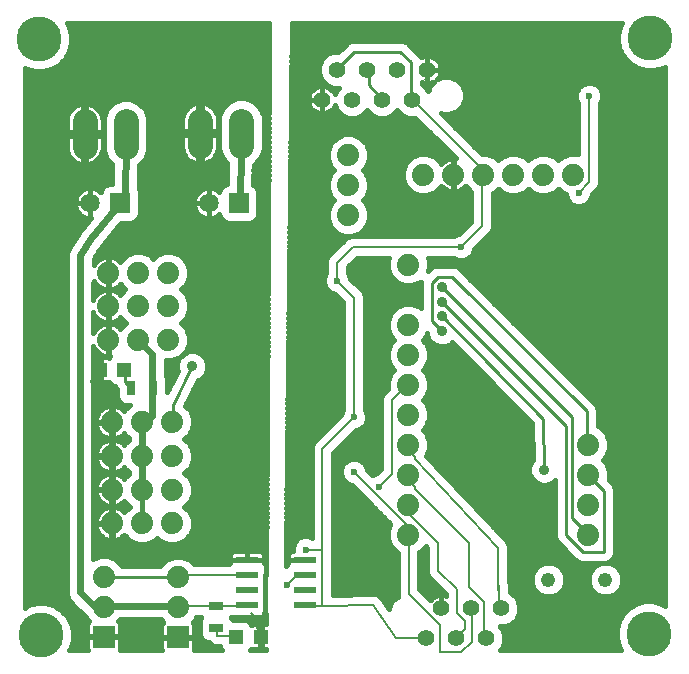
<source format=gtl>
G75*
G70*
%OFA0B0*%
%FSLAX24Y24*%
%IPPOS*%
%LPD*%
%AMOC8*
5,1,8,0,0,1.08239X$1,22.5*
%
%ADD10C,0.0480*%
%ADD11R,0.0780X0.0220*%
%ADD12C,0.0740*%
%ADD13C,0.0840*%
%ADD14R,0.0740X0.0740*%
%ADD15C,0.0560*%
%ADD16C,0.0650*%
%ADD17R,0.0650X0.0650*%
%ADD18R,0.0472X0.0472*%
%ADD19R,0.0472X0.0315*%
%ADD20R,0.0315X0.0472*%
%ADD21C,0.0100*%
%ADD22C,0.0360*%
%ADD23C,0.0079*%
%ADD24C,0.0236*%
%ADD25C,0.0160*%
%ADD26C,0.0354*%
%ADD27C,0.0315*%
%ADD28C,0.0240*%
%ADD29C,0.1502*%
D10*
X019080Y003336D03*
X020980Y003336D03*
D11*
X010966Y003506D03*
X010966Y004006D03*
X010966Y003006D03*
X010966Y002506D03*
X009026Y002506D03*
X009026Y003006D03*
X009026Y003506D03*
X009026Y004006D03*
D12*
X006730Y003411D03*
X006730Y002411D03*
X004255Y002436D03*
X004255Y003436D03*
X004530Y005211D03*
X005530Y005211D03*
X006530Y005211D03*
X006530Y006336D03*
X005530Y006336D03*
X004530Y006336D03*
X004530Y007461D03*
X005530Y007461D03*
X006530Y007461D03*
X006530Y008586D03*
X005530Y008586D03*
X004530Y008586D03*
X004405Y011336D03*
X005405Y011336D03*
X006405Y011336D03*
X006405Y012461D03*
X005405Y012461D03*
X004405Y012461D03*
X004405Y013561D03*
X005405Y013561D03*
X006405Y013561D03*
X012405Y015486D03*
X012405Y016486D03*
X012405Y017486D03*
X014905Y016836D03*
X015905Y016836D03*
X016905Y016836D03*
X017905Y016836D03*
X018905Y016836D03*
X019905Y016836D03*
X014405Y013836D03*
X014405Y011836D03*
X014405Y010836D03*
X014405Y009836D03*
X014405Y008836D03*
X014405Y007836D03*
X014405Y006836D03*
X014405Y005836D03*
X014405Y004836D03*
X020405Y004836D03*
X020405Y005836D03*
X020405Y006836D03*
X020405Y007836D03*
D13*
X008844Y017799D02*
X008844Y018639D01*
X007466Y018639D02*
X007466Y017799D01*
X004994Y017774D02*
X004994Y018614D01*
X003616Y018614D02*
X003616Y017774D01*
D14*
X004255Y001436D03*
X006730Y001411D03*
D15*
X015005Y001375D03*
X016005Y001375D03*
X017005Y001375D03*
X016505Y002375D03*
X015505Y002375D03*
X017505Y002375D03*
X014530Y019336D03*
X013530Y019336D03*
X012530Y019336D03*
X011530Y019336D03*
X012030Y020336D03*
X013030Y020336D03*
X014030Y020336D03*
X015030Y020336D03*
D16*
X007755Y015886D03*
X003805Y015886D03*
D17*
X004805Y015886D03*
X008755Y015886D03*
D18*
X004943Y010336D03*
X004117Y010336D03*
X008665Y001435D03*
X009491Y001435D03*
D19*
X008005Y001734D03*
X008005Y002443D03*
D20*
X005884Y009711D03*
X005176Y009711D03*
D21*
X005175Y009731D01*
X004965Y009941D01*
X004965Y010291D01*
X004943Y010336D01*
X005875Y009731D02*
X005884Y009711D01*
X005875Y009661D01*
X006575Y009171D02*
X006575Y008471D01*
X006530Y008586D01*
X006575Y009171D02*
X007200Y010446D01*
X005455Y011271D02*
X005405Y011336D01*
X005530Y008586D02*
X005525Y008401D01*
X005595Y008471D02*
X005530Y008586D01*
X005525Y007491D02*
X005530Y007461D01*
X005525Y007421D01*
X005525Y006371D02*
X005530Y006336D01*
X006715Y003431D02*
X004265Y003431D01*
X004255Y003436D01*
X004265Y002451D02*
X004255Y002436D01*
X004195Y002451D01*
X006715Y002451D02*
X006730Y002411D01*
X015535Y011621D02*
X015185Y011971D01*
X015185Y013231D01*
X015397Y013436D01*
X015852Y013433D01*
X020351Y008961D01*
X020365Y007841D01*
X020405Y007836D01*
X019665Y008471D02*
X019665Y004831D01*
X020225Y004271D01*
X020925Y004271D01*
X020925Y006301D01*
X020435Y006791D01*
X020405Y006836D01*
X018940Y007006D02*
X018890Y008706D01*
X015535Y012111D01*
X015535Y012601D02*
X019665Y008471D01*
X019875Y008751D02*
X019875Y005391D01*
X020365Y004901D01*
X020405Y004836D01*
X019875Y008751D02*
X015535Y013091D01*
X017845Y016871D02*
X017905Y016836D01*
X018895Y016871D02*
X018905Y016836D01*
X014530Y019336D02*
X014485Y019391D01*
X014485Y020584D01*
X014139Y020931D01*
X012595Y020931D01*
X012035Y020371D01*
X012030Y020336D01*
X013030Y020336D02*
X013085Y020301D01*
X013085Y019811D01*
X013505Y019391D01*
X013530Y019336D01*
X008844Y018219D02*
X008815Y017711D01*
D22*
X015535Y013091D03*
X015535Y012601D03*
X015535Y012111D03*
X015535Y011621D03*
X018940Y007006D03*
X007200Y010446D03*
D23*
X004545Y007491D02*
X004530Y007461D01*
X006785Y003501D02*
X006785Y003431D01*
X006730Y003411D01*
X006715Y003431D01*
X006785Y003501D02*
X008745Y003501D01*
X009026Y003506D01*
X009026Y002506D02*
X009025Y002451D01*
X008045Y002451D01*
X008005Y002443D01*
X007975Y002451D01*
X006785Y002451D01*
X006730Y002411D01*
X008005Y001734D02*
X008045Y001681D01*
X008045Y001471D01*
X008605Y001471D01*
X008665Y001435D01*
X009491Y001435D02*
X009165Y002241D01*
X009218Y002186D01*
X010355Y003151D02*
X010705Y003501D01*
X010915Y003501D01*
X010966Y003506D01*
X010985Y004341D02*
X011545Y004341D01*
X011545Y007701D01*
X012595Y008751D01*
X012595Y012741D01*
X012035Y013301D01*
X012035Y013907D01*
X012549Y014421D01*
X016165Y014421D01*
X016865Y015121D01*
X016865Y016801D01*
X016905Y016836D01*
X016865Y016871D01*
X016865Y017011D01*
X014555Y019321D01*
X014530Y019336D01*
X014975Y020021D02*
X015030Y020021D01*
X020085Y016241D02*
X020435Y016591D01*
X020435Y019461D01*
X014405Y009836D02*
X014345Y009801D01*
X013855Y009311D01*
X013855Y006861D01*
X013435Y006441D01*
X012595Y006931D02*
X014345Y005181D01*
X014345Y004901D01*
X014405Y004836D01*
X014415Y004831D01*
X014415Y002871D01*
X015465Y001821D01*
X015465Y000911D01*
X016165Y000911D01*
X016515Y001261D01*
X016515Y002311D01*
X016505Y002375D01*
X016305Y001961D02*
X016025Y002241D01*
X016025Y003011D01*
X015395Y003641D01*
X015395Y004551D01*
X014415Y005531D01*
X014415Y005811D01*
X014405Y005836D01*
X014625Y006371D02*
X014625Y006441D01*
X014415Y006651D01*
X014415Y006791D01*
X014405Y006836D01*
X014625Y006371D02*
X016445Y004551D01*
X016445Y003081D01*
X016935Y002591D01*
X016935Y001471D01*
X017005Y001401D01*
X017005Y001375D01*
X016305Y001681D02*
X016305Y001961D01*
X016305Y001681D02*
X016025Y001401D01*
X016005Y001375D01*
X015005Y001375D02*
X014975Y001401D01*
X014002Y001401D01*
X013225Y002507D01*
X011545Y002451D01*
X011545Y004341D01*
X010966Y002506D02*
X010985Y002451D01*
X011545Y002451D01*
X014625Y007351D02*
X014625Y007421D01*
X014415Y007631D01*
X014415Y007771D01*
X014405Y007836D01*
X014625Y007351D02*
X017397Y004404D01*
X017397Y003004D01*
X017425Y003151D01*
X017425Y002451D01*
X017495Y002381D01*
X017505Y002375D01*
D24*
X013435Y006441D03*
X012595Y006931D03*
X012595Y008751D03*
X010985Y004341D03*
X010355Y003151D03*
X012035Y013301D03*
X016165Y014421D03*
X020085Y016241D03*
X020435Y019461D03*
D25*
X020049Y019674D02*
X016253Y019674D01*
X016283Y019602D02*
X016189Y019828D01*
X016016Y020001D01*
X015790Y020095D01*
X015545Y020095D01*
X015365Y020020D01*
X015381Y020036D01*
X015423Y020095D01*
X015456Y020159D01*
X015479Y020228D01*
X015490Y020300D01*
X015490Y020336D01*
X015490Y020372D01*
X015479Y020444D01*
X015456Y020512D01*
X015423Y020577D01*
X015381Y020635D01*
X015330Y020687D01*
X015271Y020729D01*
X015207Y020762D01*
X015138Y020784D01*
X015066Y020796D01*
X015030Y020796D01*
X014994Y020796D01*
X014922Y020784D01*
X014853Y020762D01*
X014819Y020745D01*
X014799Y020794D01*
X014452Y021140D01*
X014348Y021244D01*
X014212Y021301D01*
X012521Y021301D01*
X012385Y021244D01*
X012281Y021140D01*
X012077Y020936D01*
X011911Y020936D01*
X011690Y020844D01*
X011521Y020676D01*
X011430Y020455D01*
X011430Y020216D01*
X011521Y019996D01*
X011690Y019827D01*
X011911Y019736D01*
X012081Y019736D01*
X012021Y019676D01*
X011955Y019515D01*
X011923Y019577D01*
X011881Y019635D01*
X011830Y019687D01*
X011771Y019729D01*
X011707Y019762D01*
X011638Y019784D01*
X011566Y019796D01*
X011530Y019796D01*
X011530Y019336D01*
X011530Y019796D01*
X011494Y019796D01*
X011422Y019784D01*
X011353Y019762D01*
X011289Y019729D01*
X011230Y019687D01*
X011179Y019635D01*
X011137Y019577D01*
X011104Y019512D01*
X011081Y019444D01*
X011070Y019372D01*
X011070Y019336D01*
X011530Y019336D01*
X011530Y019336D01*
X011530Y019336D01*
X011070Y019336D01*
X011070Y019300D01*
X011081Y019228D01*
X011104Y019159D01*
X011137Y019095D01*
X011179Y019036D01*
X011230Y018985D01*
X011289Y018942D01*
X011353Y018910D01*
X011422Y018887D01*
X011494Y018876D01*
X011530Y018876D01*
X011566Y018876D01*
X011638Y018887D01*
X011707Y018910D01*
X011771Y018942D01*
X011830Y018985D01*
X011881Y019036D01*
X011923Y019095D01*
X011955Y019156D01*
X012021Y018996D01*
X012190Y018827D01*
X012411Y018736D01*
X012649Y018736D01*
X012870Y018827D01*
X013030Y018987D01*
X013190Y018827D01*
X013411Y018736D01*
X013649Y018736D01*
X013870Y018827D01*
X014030Y018987D01*
X014190Y018827D01*
X014411Y018736D01*
X014632Y018736D01*
X015988Y017379D01*
X015948Y017386D01*
X015925Y017386D01*
X015925Y016856D01*
X015885Y016856D01*
X015885Y017386D01*
X015862Y017386D01*
X015776Y017372D01*
X015694Y017346D01*
X015617Y017306D01*
X015547Y017255D01*
X015498Y017207D01*
X015490Y017227D01*
X015296Y017421D01*
X015042Y017526D01*
X014768Y017526D01*
X014514Y017421D01*
X014320Y017227D01*
X014215Y016973D01*
X014215Y016699D01*
X014320Y016445D01*
X014514Y016251D01*
X014768Y016146D01*
X015042Y016146D01*
X015296Y016251D01*
X015490Y016445D01*
X015498Y016465D01*
X015547Y016416D01*
X015617Y016365D01*
X015694Y016326D01*
X015776Y016299D01*
X015862Y016286D01*
X015885Y016286D01*
X015885Y016816D01*
X015925Y016816D01*
X015925Y016286D01*
X015948Y016286D01*
X016034Y016299D01*
X016116Y016326D01*
X016193Y016365D01*
X016263Y016416D01*
X016312Y016465D01*
X016320Y016445D01*
X016506Y016259D01*
X016506Y015270D01*
X016095Y014859D01*
X016078Y014859D01*
X015917Y014792D01*
X015905Y014780D01*
X012478Y014780D01*
X012345Y014725D01*
X012244Y014624D01*
X011730Y014110D01*
X011676Y013978D01*
X011676Y013561D01*
X011664Y013549D01*
X011597Y013388D01*
X011597Y013214D01*
X011664Y013053D01*
X011787Y012929D01*
X011948Y012863D01*
X011965Y012863D01*
X012236Y012592D01*
X012236Y009011D01*
X012224Y008999D01*
X012157Y008838D01*
X012157Y008821D01*
X011341Y008005D01*
X011240Y007904D01*
X011186Y007772D01*
X011186Y004732D01*
X011072Y004779D01*
X010898Y004779D01*
X010737Y004712D01*
X010614Y004589D01*
X010547Y004428D01*
X010547Y004294D01*
X010507Y004284D01*
X010465Y004260D01*
X010432Y004226D01*
X010408Y004185D01*
X010396Y004140D01*
X010396Y004006D01*
X010700Y004006D01*
X010700Y004006D01*
X010396Y004006D01*
X010396Y003888D01*
X010395Y003887D01*
X010316Y003808D01*
X010525Y021887D01*
X021524Y021887D01*
X021474Y021799D01*
X021401Y021527D01*
X021401Y021245D01*
X021474Y020972D01*
X021615Y020728D01*
X021814Y020529D01*
X022059Y020388D01*
X022331Y020315D01*
X022613Y020315D01*
X022885Y020388D01*
X022955Y020428D01*
X022955Y002470D01*
X022836Y002539D01*
X022564Y002612D01*
X022282Y002612D01*
X022010Y002539D01*
X021765Y002398D01*
X021566Y002199D01*
X021425Y001954D01*
X021352Y001682D01*
X021352Y001400D01*
X021425Y001127D01*
X021509Y000981D01*
X017460Y000981D01*
X017514Y001035D01*
X017605Y001255D01*
X017605Y001494D01*
X017514Y001715D01*
X017454Y001775D01*
X017624Y001775D01*
X017845Y001866D01*
X018014Y002035D01*
X018105Y002255D01*
X018105Y002494D01*
X018014Y002715D01*
X017845Y002883D01*
X017784Y002909D01*
X017784Y003117D01*
X017791Y003154D01*
X017784Y003188D01*
X017784Y003222D01*
X017770Y003257D01*
X017762Y003294D01*
X017756Y003303D01*
X017756Y004398D01*
X017758Y004464D01*
X017756Y004470D01*
X017756Y004475D01*
X017731Y004536D01*
X017708Y004598D01*
X017704Y004602D01*
X017702Y004607D01*
X017655Y004654D01*
X015002Y007474D01*
X015095Y007699D01*
X015095Y007973D01*
X014990Y008227D01*
X014881Y008336D01*
X014990Y008445D01*
X015095Y008699D01*
X015095Y008973D01*
X014990Y009227D01*
X014881Y009336D01*
X014990Y009445D01*
X015095Y009699D01*
X015095Y009973D01*
X014990Y010227D01*
X014881Y010336D01*
X014990Y010445D01*
X015095Y010699D01*
X015095Y010973D01*
X014990Y011227D01*
X014881Y011336D01*
X014990Y011445D01*
X015035Y011554D01*
X015035Y011521D01*
X015111Y011338D01*
X015252Y011197D01*
X015436Y011121D01*
X015634Y011121D01*
X015818Y011197D01*
X015867Y011246D01*
X018524Y008550D01*
X018560Y007333D01*
X018516Y007289D01*
X018440Y007105D01*
X018440Y006906D01*
X018516Y006723D01*
X018657Y006582D01*
X018841Y006506D01*
X019039Y006506D01*
X019223Y006582D01*
X019295Y006654D01*
X019295Y004757D01*
X019351Y004621D01*
X019911Y004061D01*
X020015Y003957D01*
X020151Y003901D01*
X020999Y003901D01*
X021135Y003957D01*
X021239Y004061D01*
X021295Y004197D01*
X021295Y006374D01*
X021239Y006510D01*
X021082Y006667D01*
X021095Y006699D01*
X021095Y006973D01*
X020990Y007227D01*
X020881Y007336D01*
X020990Y007445D01*
X021095Y007699D01*
X021095Y007973D01*
X020990Y008227D01*
X020796Y008421D01*
X020727Y008449D01*
X020721Y008964D01*
X020721Y009035D01*
X020720Y009037D01*
X020720Y009039D01*
X020692Y009105D01*
X020664Y009171D01*
X020663Y009173D01*
X020662Y009174D01*
X020611Y009224D01*
X016114Y013694D01*
X016064Y013745D01*
X016062Y013746D01*
X016061Y013747D01*
X015994Y013775D01*
X015928Y013803D01*
X015926Y013803D01*
X015924Y013803D01*
X015853Y013803D01*
X015401Y013806D01*
X015329Y013807D01*
X015328Y013807D01*
X015326Y013807D01*
X015259Y013780D01*
X015193Y013753D01*
X015191Y013752D01*
X015190Y013751D01*
X015138Y013701D01*
X015067Y013632D01*
X015095Y013699D01*
X015095Y013973D01*
X015058Y014061D01*
X015905Y014061D01*
X015917Y014049D01*
X016078Y013983D01*
X016252Y013983D01*
X016413Y014049D01*
X016536Y014173D01*
X016603Y014334D01*
X016603Y014351D01*
X017069Y014816D01*
X017170Y014917D01*
X017224Y015049D01*
X017224Y016221D01*
X017296Y016251D01*
X017405Y016360D01*
X017514Y016251D01*
X017768Y016146D01*
X018042Y016146D01*
X018296Y016251D01*
X018405Y016360D01*
X018514Y016251D01*
X018768Y016146D01*
X019042Y016146D01*
X019296Y016251D01*
X019405Y016360D01*
X019514Y016251D01*
X019647Y016196D01*
X019647Y016154D01*
X019714Y015993D01*
X019837Y015869D01*
X019998Y015803D01*
X020172Y015803D01*
X020333Y015869D01*
X020456Y015993D01*
X020523Y016154D01*
X020523Y016171D01*
X020639Y016286D01*
X020740Y016387D01*
X020794Y016519D01*
X020794Y019201D01*
X020806Y019213D01*
X020873Y019374D01*
X020873Y019548D01*
X020806Y019709D01*
X020683Y019832D01*
X020522Y019899D01*
X020348Y019899D01*
X020187Y019832D01*
X020064Y019709D01*
X019997Y019548D01*
X019997Y019374D01*
X020064Y019213D01*
X020076Y019201D01*
X020076Y017512D01*
X020042Y017526D01*
X019768Y017526D01*
X019514Y017421D01*
X019405Y017312D01*
X019296Y017421D01*
X019042Y017526D01*
X018768Y017526D01*
X018514Y017421D01*
X018405Y017312D01*
X018296Y017421D01*
X018042Y017526D01*
X017768Y017526D01*
X017514Y017421D01*
X017405Y017312D01*
X017296Y017421D01*
X017042Y017526D01*
X016858Y017526D01*
X015502Y018882D01*
X015545Y018864D01*
X015790Y018864D01*
X016016Y018958D01*
X016189Y019131D01*
X016283Y019357D01*
X016283Y019602D01*
X016283Y019515D02*
X019997Y019515D01*
X020004Y019357D02*
X016283Y019357D01*
X016217Y019198D02*
X020076Y019198D01*
X020076Y019040D02*
X016098Y019040D01*
X015832Y018881D02*
X020076Y018881D01*
X020076Y018723D02*
X015661Y018723D01*
X015504Y018881D02*
X015503Y018881D01*
X015820Y018564D02*
X020076Y018564D01*
X020076Y018406D02*
X015978Y018406D01*
X016137Y018247D02*
X020076Y018247D01*
X020076Y018089D02*
X016295Y018089D01*
X016454Y017930D02*
X020076Y017930D01*
X020076Y017772D02*
X016612Y017772D01*
X016771Y017613D02*
X020076Y017613D01*
X019596Y017455D02*
X019214Y017455D01*
X018596Y017455D02*
X018214Y017455D01*
X017596Y017455D02*
X017214Y017455D01*
X017390Y016345D02*
X017420Y016345D01*
X017224Y016187D02*
X017669Y016187D01*
X017224Y016028D02*
X019699Y016028D01*
X019647Y016187D02*
X019141Y016187D01*
X019390Y016345D02*
X019420Y016345D01*
X019836Y015870D02*
X017224Y015870D01*
X017224Y015711D02*
X022955Y015711D01*
X022955Y015553D02*
X017224Y015553D01*
X017224Y015394D02*
X022955Y015394D01*
X022955Y015236D02*
X017224Y015236D01*
X017224Y015077D02*
X022955Y015077D01*
X022955Y014919D02*
X017170Y014919D01*
X017013Y014760D02*
X022955Y014760D01*
X022955Y014602D02*
X016854Y014602D01*
X016696Y014443D02*
X022955Y014443D01*
X022955Y014285D02*
X016583Y014285D01*
X016490Y014126D02*
X022955Y014126D01*
X022955Y013968D02*
X015095Y013968D01*
X015095Y013809D02*
X022955Y013809D01*
X022955Y013651D02*
X016158Y013651D01*
X016317Y013492D02*
X022955Y013492D01*
X022955Y013334D02*
X016477Y013334D01*
X016636Y013175D02*
X022955Y013175D01*
X022955Y013017D02*
X016796Y013017D01*
X016955Y012858D02*
X022955Y012858D01*
X022955Y012700D02*
X017114Y012700D01*
X017274Y012541D02*
X022955Y012541D01*
X022955Y012383D02*
X017433Y012383D01*
X017593Y012224D02*
X022955Y012224D01*
X022955Y012066D02*
X017752Y012066D01*
X017912Y011907D02*
X022955Y011907D01*
X022955Y011749D02*
X018071Y011749D01*
X018231Y011590D02*
X022955Y011590D01*
X022955Y011432D02*
X018390Y011432D01*
X018550Y011273D02*
X022955Y011273D01*
X022955Y011115D02*
X018709Y011115D01*
X018868Y010956D02*
X022955Y010956D01*
X022955Y010798D02*
X019028Y010798D01*
X019187Y010639D02*
X022955Y010639D01*
X022955Y010481D02*
X019347Y010481D01*
X019506Y010322D02*
X022955Y010322D01*
X022955Y010164D02*
X019666Y010164D01*
X019825Y010005D02*
X022955Y010005D01*
X022955Y009847D02*
X019985Y009847D01*
X020144Y009688D02*
X022955Y009688D01*
X022955Y009530D02*
X020303Y009530D01*
X020463Y009371D02*
X022955Y009371D01*
X022955Y009213D02*
X020623Y009213D01*
X020713Y009054D02*
X022955Y009054D01*
X022955Y008896D02*
X020722Y008896D01*
X020724Y008737D02*
X022955Y008737D01*
X022955Y008579D02*
X020726Y008579D01*
X020796Y008420D02*
X022955Y008420D01*
X022955Y008262D02*
X020955Y008262D01*
X021041Y008103D02*
X022955Y008103D01*
X022955Y007945D02*
X021095Y007945D01*
X021095Y007786D02*
X022955Y007786D01*
X022955Y007628D02*
X021066Y007628D01*
X021000Y007469D02*
X022955Y007469D01*
X022955Y007311D02*
X020906Y007311D01*
X021021Y007152D02*
X022955Y007152D01*
X022955Y006994D02*
X021086Y006994D01*
X021095Y006835D02*
X022955Y006835D01*
X022955Y006677D02*
X021086Y006677D01*
X021231Y006518D02*
X022955Y006518D01*
X022955Y006360D02*
X021295Y006360D01*
X021295Y006201D02*
X022955Y006201D01*
X022955Y006043D02*
X021295Y006043D01*
X021295Y005884D02*
X022955Y005884D01*
X022955Y005726D02*
X021295Y005726D01*
X021295Y005567D02*
X022955Y005567D01*
X022955Y005409D02*
X021295Y005409D01*
X021295Y005250D02*
X022955Y005250D01*
X022955Y005092D02*
X021295Y005092D01*
X021295Y004933D02*
X022955Y004933D01*
X022955Y004775D02*
X021295Y004775D01*
X021295Y004616D02*
X022955Y004616D01*
X022955Y004458D02*
X021295Y004458D01*
X021295Y004299D02*
X022955Y004299D01*
X022955Y004141D02*
X021272Y004141D01*
X021160Y003982D02*
X022955Y003982D01*
X022955Y003824D02*
X021265Y003824D01*
X021297Y003811D02*
X021091Y003896D01*
X020869Y003896D01*
X020663Y003811D01*
X020505Y003653D01*
X020420Y003447D01*
X020420Y003224D01*
X020505Y003019D01*
X020663Y002861D01*
X020869Y002776D01*
X021091Y002776D01*
X021297Y002861D01*
X021455Y003019D01*
X021540Y003224D01*
X021540Y003447D01*
X021455Y003653D01*
X021297Y003811D01*
X021442Y003665D02*
X022955Y003665D01*
X022955Y003507D02*
X021515Y003507D01*
X021540Y003348D02*
X022955Y003348D01*
X022955Y003190D02*
X021526Y003190D01*
X021460Y003031D02*
X022955Y003031D01*
X022955Y002873D02*
X021309Y002873D01*
X020651Y002873D02*
X019409Y002873D01*
X019397Y002861D02*
X019555Y003019D01*
X019640Y003224D01*
X019640Y003447D01*
X019555Y003653D01*
X019397Y003811D01*
X019191Y003896D01*
X018969Y003896D01*
X018763Y003811D01*
X018605Y003653D01*
X018520Y003447D01*
X018520Y003224D01*
X018605Y003019D01*
X018763Y002861D01*
X018969Y002776D01*
X019191Y002776D01*
X019397Y002861D01*
X019560Y003031D02*
X020500Y003031D01*
X020434Y003190D02*
X019626Y003190D01*
X019640Y003348D02*
X020420Y003348D01*
X020445Y003507D02*
X019615Y003507D01*
X019542Y003665D02*
X020518Y003665D01*
X020695Y003824D02*
X019365Y003824D01*
X019832Y004141D02*
X017756Y004141D01*
X017756Y004299D02*
X019673Y004299D01*
X019515Y004458D02*
X017758Y004458D01*
X017693Y004616D02*
X019356Y004616D01*
X019295Y004775D02*
X017541Y004775D01*
X017392Y004933D02*
X019295Y004933D01*
X019295Y005092D02*
X017243Y005092D01*
X017094Y005250D02*
X019295Y005250D01*
X019295Y005409D02*
X016945Y005409D01*
X016796Y005567D02*
X019295Y005567D01*
X019295Y005726D02*
X016647Y005726D01*
X016498Y005884D02*
X019295Y005884D01*
X019295Y006043D02*
X016349Y006043D01*
X016200Y006201D02*
X019295Y006201D01*
X019295Y006360D02*
X016050Y006360D01*
X015901Y006518D02*
X018810Y006518D01*
X019070Y006518D02*
X019295Y006518D01*
X018562Y006677D02*
X015752Y006677D01*
X015603Y006835D02*
X018469Y006835D01*
X018440Y006994D02*
X015454Y006994D01*
X015305Y007152D02*
X018459Y007152D01*
X018538Y007311D02*
X015156Y007311D01*
X015007Y007469D02*
X018556Y007469D01*
X018552Y007628D02*
X015066Y007628D01*
X015095Y007786D02*
X018547Y007786D01*
X018542Y007945D02*
X015095Y007945D01*
X015041Y008103D02*
X018538Y008103D01*
X018533Y008262D02*
X014955Y008262D01*
X014965Y008420D02*
X018528Y008420D01*
X018496Y008579D02*
X015045Y008579D01*
X015095Y008737D02*
X018340Y008737D01*
X018183Y008896D02*
X015095Y008896D01*
X015061Y009054D02*
X018027Y009054D01*
X017871Y009213D02*
X014996Y009213D01*
X014916Y009371D02*
X017715Y009371D01*
X017559Y009530D02*
X015025Y009530D01*
X015091Y009688D02*
X017402Y009688D01*
X017246Y009847D02*
X015095Y009847D01*
X015082Y010005D02*
X017090Y010005D01*
X016934Y010164D02*
X015016Y010164D01*
X014894Y010322D02*
X016778Y010322D01*
X016622Y010481D02*
X015005Y010481D01*
X015070Y010639D02*
X016465Y010639D01*
X016309Y010798D02*
X015095Y010798D01*
X015095Y010956D02*
X016153Y010956D01*
X015997Y011115D02*
X015036Y011115D01*
X014943Y011273D02*
X015175Y011273D01*
X015072Y011432D02*
X014977Y011432D01*
X014815Y012402D02*
X014796Y012421D01*
X014542Y012526D01*
X014268Y012526D01*
X014014Y012421D01*
X013820Y012227D01*
X013715Y011973D01*
X013715Y011699D01*
X013820Y011445D01*
X013929Y011336D01*
X013820Y011227D01*
X013715Y010973D01*
X013715Y010699D01*
X013820Y010445D01*
X013929Y010336D01*
X013820Y010227D01*
X013715Y009973D01*
X013715Y009699D01*
X013721Y009685D01*
X013651Y009615D01*
X013550Y009514D01*
X013496Y009382D01*
X013496Y007010D01*
X013365Y006879D01*
X013348Y006879D01*
X013212Y006822D01*
X013033Y007001D01*
X013033Y007018D01*
X012966Y007179D01*
X012843Y007302D01*
X012682Y007369D01*
X012508Y007369D01*
X012347Y007302D01*
X012224Y007179D01*
X012157Y007018D01*
X012157Y006844D01*
X012224Y006683D01*
X012347Y006559D01*
X012508Y006493D01*
X012525Y006493D01*
X013812Y005206D01*
X013715Y004973D01*
X013715Y004699D01*
X013820Y004445D01*
X014014Y004251D01*
X014056Y004234D01*
X014056Y002799D01*
X014067Y002773D01*
X014019Y002753D01*
X013846Y002580D01*
X013759Y002371D01*
X013538Y002686D01*
X013523Y002720D01*
X013498Y002744D01*
X013478Y002772D01*
X013446Y002792D01*
X013418Y002818D01*
X013386Y002830D01*
X013357Y002849D01*
X013320Y002855D01*
X013284Y002868D01*
X013250Y002867D01*
X013216Y002873D01*
X013179Y002865D01*
X011904Y002822D01*
X011904Y007552D01*
X012665Y008313D01*
X012682Y008313D01*
X012843Y008379D01*
X012966Y008503D01*
X013033Y008664D01*
X013033Y008838D01*
X012966Y008999D01*
X012954Y009011D01*
X012954Y012812D01*
X012900Y012944D01*
X012799Y013045D01*
X012473Y013371D01*
X012473Y013388D01*
X012406Y013549D01*
X012394Y013561D01*
X012394Y013758D01*
X012698Y014061D01*
X013752Y014061D01*
X013715Y013973D01*
X013715Y013699D01*
X013820Y013445D01*
X014014Y013251D01*
X014268Y013146D01*
X014542Y013146D01*
X014796Y013251D01*
X014815Y013270D01*
X014815Y013234D01*
X014814Y013163D01*
X014815Y013160D01*
X014815Y012402D01*
X014815Y012541D02*
X012954Y012541D01*
X012954Y012383D02*
X013976Y012383D01*
X013819Y012224D02*
X012954Y012224D01*
X012954Y012066D02*
X013753Y012066D01*
X013715Y011907D02*
X012954Y011907D01*
X012954Y011749D02*
X013715Y011749D01*
X013760Y011590D02*
X012954Y011590D01*
X012954Y011432D02*
X013833Y011432D01*
X013867Y011273D02*
X012954Y011273D01*
X012954Y011115D02*
X013774Y011115D01*
X013715Y010956D02*
X012954Y010956D01*
X012954Y010798D02*
X013715Y010798D01*
X013740Y010639D02*
X012954Y010639D01*
X012954Y010481D02*
X013805Y010481D01*
X013916Y010322D02*
X012954Y010322D01*
X012954Y010164D02*
X013794Y010164D01*
X013728Y010005D02*
X012954Y010005D01*
X012954Y009847D02*
X013715Y009847D01*
X013719Y009688D02*
X012954Y009688D01*
X012954Y009530D02*
X013566Y009530D01*
X013651Y009615D02*
X013651Y009615D01*
X013496Y009371D02*
X012954Y009371D01*
X012954Y009213D02*
X013496Y009213D01*
X013496Y009054D02*
X012954Y009054D01*
X013009Y008896D02*
X013496Y008896D01*
X013496Y008737D02*
X013033Y008737D01*
X012998Y008579D02*
X013496Y008579D01*
X013496Y008420D02*
X012884Y008420D01*
X012614Y008262D02*
X013496Y008262D01*
X013496Y008103D02*
X012456Y008103D01*
X012297Y007945D02*
X013496Y007945D01*
X013496Y007786D02*
X012139Y007786D01*
X011980Y007628D02*
X013496Y007628D01*
X013496Y007469D02*
X011904Y007469D01*
X011904Y007311D02*
X012368Y007311D01*
X012213Y007152D02*
X011904Y007152D01*
X011904Y006994D02*
X012157Y006994D01*
X012160Y006835D02*
X011904Y006835D01*
X011904Y006677D02*
X012229Y006677D01*
X012446Y006518D02*
X011904Y006518D01*
X011904Y006360D02*
X012658Y006360D01*
X012816Y006201D02*
X011904Y006201D01*
X011904Y006043D02*
X012975Y006043D01*
X013133Y005884D02*
X011904Y005884D01*
X011904Y005726D02*
X013292Y005726D01*
X013450Y005567D02*
X011904Y005567D01*
X011904Y005409D02*
X013609Y005409D01*
X013767Y005250D02*
X011904Y005250D01*
X011904Y005092D02*
X013764Y005092D01*
X013715Y004933D02*
X011904Y004933D01*
X011904Y004775D02*
X013715Y004775D01*
X013749Y004616D02*
X011904Y004616D01*
X011904Y004458D02*
X013815Y004458D01*
X013966Y004299D02*
X011904Y004299D01*
X011904Y004141D02*
X014056Y004141D01*
X014056Y003982D02*
X011904Y003982D01*
X011904Y003824D02*
X014056Y003824D01*
X014056Y003665D02*
X011904Y003665D01*
X011904Y003507D02*
X014056Y003507D01*
X014056Y003348D02*
X011904Y003348D01*
X011904Y003190D02*
X014056Y003190D01*
X014056Y003031D02*
X011904Y003031D01*
X011904Y002873D02*
X013215Y002873D01*
X013218Y002873D02*
X014056Y002873D01*
X013980Y002714D02*
X013525Y002714D01*
X013630Y002556D02*
X013836Y002556D01*
X013770Y002397D02*
X013741Y002397D01*
X014774Y003020D02*
X014774Y004242D01*
X014796Y004251D01*
X014990Y004445D01*
X014991Y004447D01*
X015036Y004402D01*
X015036Y003569D01*
X015090Y003437D01*
X015191Y003336D01*
X015666Y002862D01*
X015666Y002806D01*
X015613Y002823D01*
X015541Y002835D01*
X015505Y002835D01*
X015505Y002375D01*
X015505Y002835D01*
X015469Y002835D01*
X015397Y002823D01*
X015328Y002801D01*
X015264Y002768D01*
X015205Y002726D01*
X015154Y002674D01*
X015140Y002654D01*
X014774Y003020D01*
X014774Y003031D02*
X015496Y003031D01*
X015655Y002873D02*
X014921Y002873D01*
X015080Y002714D02*
X015194Y002714D01*
X015505Y002714D02*
X015505Y002714D01*
X015505Y002556D02*
X015505Y002556D01*
X015505Y002397D02*
X015505Y002397D01*
X015505Y002375D02*
X015505Y002375D01*
X015338Y003190D02*
X014774Y003190D01*
X014774Y003348D02*
X015179Y003348D01*
X015062Y003507D02*
X014774Y003507D01*
X014774Y003665D02*
X015036Y003665D01*
X015036Y003824D02*
X014774Y003824D01*
X014774Y003982D02*
X015036Y003982D01*
X015036Y004141D02*
X014774Y004141D01*
X014844Y004299D02*
X015036Y004299D01*
X017756Y003982D02*
X019990Y003982D01*
X018795Y003824D02*
X017756Y003824D01*
X017756Y003665D02*
X018618Y003665D01*
X018545Y003507D02*
X017756Y003507D01*
X017756Y003348D02*
X018520Y003348D01*
X018534Y003190D02*
X017784Y003190D01*
X017784Y003031D02*
X018600Y003031D01*
X018751Y002873D02*
X017856Y002873D01*
X018014Y002714D02*
X022955Y002714D01*
X022955Y002556D02*
X022774Y002556D01*
X022072Y002556D02*
X018079Y002556D01*
X018105Y002397D02*
X021765Y002397D01*
X021606Y002239D02*
X018098Y002239D01*
X018032Y002080D02*
X021498Y002080D01*
X021416Y001922D02*
X017901Y001922D01*
X017465Y001763D02*
X021374Y001763D01*
X021352Y001605D02*
X017559Y001605D01*
X017605Y001446D02*
X021352Y001446D01*
X021382Y001288D02*
X017605Y001288D01*
X017553Y001129D02*
X021424Y001129D01*
X013480Y006994D02*
X013040Y006994D01*
X012977Y007152D02*
X013496Y007152D01*
X013496Y007311D02*
X012822Y007311D01*
X013199Y006835D02*
X013243Y006835D01*
X011598Y008262D02*
X010367Y008262D01*
X010369Y008420D02*
X011756Y008420D01*
X011915Y008579D02*
X010371Y008579D01*
X010373Y008737D02*
X012073Y008737D01*
X012181Y008896D02*
X010375Y008896D01*
X010376Y009054D02*
X012236Y009054D01*
X012236Y009213D02*
X010378Y009213D01*
X010380Y009371D02*
X012236Y009371D01*
X012236Y009530D02*
X010382Y009530D01*
X010384Y009688D02*
X012236Y009688D01*
X012236Y009847D02*
X010386Y009847D01*
X010387Y010005D02*
X012236Y010005D01*
X012236Y010164D02*
X010389Y010164D01*
X010391Y010322D02*
X012236Y010322D01*
X012236Y010481D02*
X010393Y010481D01*
X010395Y010639D02*
X012236Y010639D01*
X012236Y010798D02*
X010397Y010798D01*
X010398Y010956D02*
X012236Y010956D01*
X012236Y011115D02*
X010400Y011115D01*
X010402Y011273D02*
X012236Y011273D01*
X012236Y011432D02*
X010404Y011432D01*
X010406Y011590D02*
X012236Y011590D01*
X012236Y011749D02*
X010408Y011749D01*
X010409Y011907D02*
X012236Y011907D01*
X012236Y012066D02*
X010411Y012066D01*
X010413Y012224D02*
X012236Y012224D01*
X012236Y012383D02*
X010415Y012383D01*
X010417Y012541D02*
X012236Y012541D01*
X012128Y012700D02*
X010419Y012700D01*
X010420Y012858D02*
X011969Y012858D01*
X011699Y013017D02*
X010422Y013017D01*
X010424Y013175D02*
X011613Y013175D01*
X011597Y013334D02*
X010426Y013334D01*
X010428Y013492D02*
X011640Y013492D01*
X011676Y013651D02*
X010430Y013651D01*
X010431Y013809D02*
X011676Y013809D01*
X011676Y013968D02*
X010433Y013968D01*
X010435Y014126D02*
X011746Y014126D01*
X011905Y014285D02*
X010437Y014285D01*
X010439Y014443D02*
X012063Y014443D01*
X012222Y014602D02*
X010441Y014602D01*
X010442Y014760D02*
X012430Y014760D01*
X012542Y014796D02*
X012268Y014796D01*
X012014Y014901D01*
X011820Y015095D01*
X011715Y015349D01*
X011715Y015623D01*
X011820Y015877D01*
X011929Y015986D01*
X011820Y016095D01*
X011715Y016349D01*
X011715Y016623D01*
X011820Y016877D01*
X011929Y016986D01*
X011820Y017095D01*
X011715Y017349D01*
X011715Y017623D01*
X011820Y017877D01*
X012014Y018071D01*
X012268Y018176D01*
X012542Y018176D01*
X012796Y018071D01*
X012990Y017877D01*
X013095Y017623D01*
X013095Y017349D01*
X012990Y017095D01*
X012881Y016986D01*
X012990Y016877D01*
X013095Y016623D01*
X013095Y016349D01*
X012990Y016095D01*
X012881Y015986D01*
X012990Y015877D01*
X013095Y015623D01*
X013095Y015349D01*
X012990Y015095D01*
X012796Y014901D01*
X012542Y014796D01*
X012814Y014919D02*
X016155Y014919D01*
X016313Y015077D02*
X012972Y015077D01*
X013048Y015236D02*
X016472Y015236D01*
X016506Y015394D02*
X013095Y015394D01*
X013095Y015553D02*
X016506Y015553D01*
X016506Y015711D02*
X013058Y015711D01*
X012993Y015870D02*
X016506Y015870D01*
X016506Y016028D02*
X012923Y016028D01*
X013028Y016187D02*
X014669Y016187D01*
X014420Y016345D02*
X013094Y016345D01*
X013095Y016504D02*
X014296Y016504D01*
X014230Y016662D02*
X013079Y016662D01*
X013013Y016821D02*
X014215Y016821D01*
X014218Y016979D02*
X012887Y016979D01*
X013008Y017138D02*
X014283Y017138D01*
X014390Y017296D02*
X013073Y017296D01*
X013095Y017455D02*
X014596Y017455D01*
X015214Y017455D02*
X015913Y017455D01*
X015925Y017296D02*
X015885Y017296D01*
X015885Y017138D02*
X015925Y017138D01*
X015925Y016979D02*
X015885Y016979D01*
X015885Y016662D02*
X015925Y016662D01*
X015925Y016504D02*
X015885Y016504D01*
X015885Y016345D02*
X015925Y016345D01*
X016154Y016345D02*
X016420Y016345D01*
X016506Y016187D02*
X015141Y016187D01*
X015390Y016345D02*
X015656Y016345D01*
X015603Y017296D02*
X015420Y017296D01*
X015754Y017613D02*
X013095Y017613D01*
X013033Y017772D02*
X015596Y017772D01*
X015437Y017930D02*
X012936Y017930D01*
X012752Y018089D02*
X015279Y018089D01*
X015120Y018247D02*
X010483Y018247D01*
X010481Y018089D02*
X012058Y018089D01*
X011874Y017930D02*
X010479Y017930D01*
X010477Y017772D02*
X011777Y017772D01*
X011715Y017613D02*
X010475Y017613D01*
X010474Y017455D02*
X011715Y017455D01*
X011737Y017296D02*
X010472Y017296D01*
X010470Y017138D02*
X011802Y017138D01*
X011923Y016979D02*
X010468Y016979D01*
X010466Y016821D02*
X011797Y016821D01*
X011731Y016662D02*
X010464Y016662D01*
X010463Y016504D02*
X011715Y016504D01*
X011716Y016345D02*
X010461Y016345D01*
X010459Y016187D02*
X011782Y016187D01*
X011887Y016028D02*
X010457Y016028D01*
X010455Y015870D02*
X011817Y015870D01*
X011752Y015711D02*
X010453Y015711D01*
X010452Y015553D02*
X011715Y015553D01*
X011715Y015394D02*
X010450Y015394D01*
X010448Y015236D02*
X011762Y015236D01*
X011838Y015077D02*
X010446Y015077D01*
X010444Y014919D02*
X011996Y014919D01*
X012604Y013968D02*
X013715Y013968D01*
X013715Y013809D02*
X012446Y013809D01*
X012394Y013651D02*
X013735Y013651D01*
X013800Y013492D02*
X012430Y013492D01*
X012510Y013334D02*
X013931Y013334D01*
X014196Y013175D02*
X012669Y013175D01*
X012827Y013017D02*
X014815Y013017D01*
X014814Y013175D02*
X014614Y013175D01*
X014815Y012858D02*
X012935Y012858D01*
X012954Y012700D02*
X014815Y012700D01*
X015075Y013651D02*
X015087Y013651D01*
X018141Y016187D02*
X018669Y016187D01*
X018420Y016345D02*
X018390Y016345D01*
X020334Y015870D02*
X022955Y015870D01*
X022955Y016028D02*
X020471Y016028D01*
X020539Y016187D02*
X022955Y016187D01*
X022955Y016345D02*
X020698Y016345D01*
X020788Y016504D02*
X022955Y016504D01*
X022955Y016662D02*
X020794Y016662D01*
X020794Y016821D02*
X022955Y016821D01*
X022955Y016979D02*
X020794Y016979D01*
X020794Y017138D02*
X022955Y017138D01*
X022955Y017296D02*
X020794Y017296D01*
X020794Y017455D02*
X022955Y017455D01*
X022955Y017613D02*
X020794Y017613D01*
X020794Y017772D02*
X022955Y017772D01*
X022955Y017930D02*
X020794Y017930D01*
X020794Y018089D02*
X022955Y018089D01*
X022955Y018247D02*
X020794Y018247D01*
X020794Y018406D02*
X022955Y018406D01*
X022955Y018564D02*
X020794Y018564D01*
X020794Y018723D02*
X022955Y018723D01*
X022955Y018881D02*
X020794Y018881D01*
X020794Y019040D02*
X022955Y019040D01*
X022955Y019198D02*
X020794Y019198D01*
X020866Y019357D02*
X022955Y019357D01*
X022955Y019515D02*
X020873Y019515D01*
X020821Y019674D02*
X022955Y019674D01*
X022955Y019832D02*
X020683Y019832D01*
X020187Y019832D02*
X016185Y019832D01*
X016027Y019991D02*
X022955Y019991D01*
X022955Y020149D02*
X015451Y020149D01*
X015490Y020308D02*
X022955Y020308D01*
X021922Y020466D02*
X015471Y020466D01*
X015490Y020336D02*
X015030Y020336D01*
X015030Y020796D01*
X015030Y020336D01*
X015030Y020336D01*
X015030Y020336D01*
X015490Y020336D01*
X015250Y019931D02*
X015146Y019828D01*
X015061Y019622D01*
X015039Y019676D01*
X014870Y019844D01*
X014855Y019851D01*
X014855Y019909D01*
X014922Y019887D01*
X014994Y019876D01*
X015030Y019876D01*
X015066Y019876D01*
X015138Y019887D01*
X015207Y019910D01*
X015250Y019931D01*
X015151Y019832D02*
X014882Y019832D01*
X015030Y019876D02*
X015030Y020336D01*
X015030Y019876D01*
X015030Y019991D02*
X015030Y019991D01*
X015030Y020149D02*
X015030Y020149D01*
X015030Y020308D02*
X015030Y020308D01*
X015030Y020336D02*
X015030Y020336D01*
X015030Y020466D02*
X015030Y020466D01*
X015030Y020625D02*
X015030Y020625D01*
X015030Y020783D02*
X015030Y020783D01*
X014919Y020783D02*
X014803Y020783D01*
X014651Y020942D02*
X021491Y020942D01*
X021440Y021100D02*
X014492Y021100D01*
X014313Y021259D02*
X021401Y021259D01*
X021401Y021417D02*
X010519Y021417D01*
X010518Y021259D02*
X012420Y021259D01*
X012241Y021100D02*
X010516Y021100D01*
X010514Y020942D02*
X012083Y020942D01*
X011629Y020783D02*
X010512Y020783D01*
X010510Y020625D02*
X011500Y020625D01*
X011435Y020466D02*
X010508Y020466D01*
X010507Y020308D02*
X011430Y020308D01*
X011458Y020149D02*
X010505Y020149D01*
X010503Y019991D02*
X011526Y019991D01*
X011685Y019832D02*
X010501Y019832D01*
X010499Y019674D02*
X011218Y019674D01*
X011105Y019515D02*
X010497Y019515D01*
X010496Y019357D02*
X011070Y019357D01*
X011091Y019198D02*
X010494Y019198D01*
X010492Y019040D02*
X011176Y019040D01*
X011459Y018881D02*
X010490Y018881D01*
X010488Y018723D02*
X014645Y018723D01*
X014803Y018564D02*
X010486Y018564D01*
X010485Y018406D02*
X014962Y018406D01*
X014136Y018881D02*
X013924Y018881D01*
X013136Y018881D02*
X012924Y018881D01*
X012136Y018881D02*
X011601Y018881D01*
X011530Y018881D02*
X011530Y018881D01*
X011530Y018876D02*
X011530Y019336D01*
X011530Y019336D01*
X011530Y018876D01*
X011530Y019040D02*
X011530Y019040D01*
X011530Y019198D02*
X011530Y019198D01*
X011530Y019357D02*
X011530Y019357D01*
X011530Y019515D02*
X011530Y019515D01*
X011530Y019674D02*
X011530Y019674D01*
X011842Y019674D02*
X012021Y019674D01*
X011955Y019515D02*
X011955Y019515D01*
X012003Y019040D02*
X011884Y019040D01*
X009761Y019040D02*
X009479Y019040D01*
X009471Y019058D02*
X009263Y019266D01*
X008991Y019379D01*
X008697Y019379D01*
X008425Y019266D01*
X008217Y019058D01*
X008104Y018786D01*
X008104Y017652D01*
X008217Y017380D01*
X008368Y017228D01*
X008359Y016528D01*
X008249Y016482D01*
X008159Y016392D01*
X008110Y016274D01*
X008110Y016245D01*
X008084Y016271D01*
X008020Y016318D01*
X007949Y016354D01*
X007873Y016378D01*
X007795Y016391D01*
X007755Y016391D01*
X007715Y016391D01*
X007637Y016378D01*
X007561Y016354D01*
X007490Y016318D01*
X007426Y016271D01*
X007370Y016215D01*
X007323Y016150D01*
X007287Y016080D01*
X007262Y016004D01*
X007250Y015926D01*
X007250Y015886D01*
X007755Y015886D01*
X007755Y016391D01*
X007755Y015886D01*
X007755Y015886D01*
X007755Y015886D01*
X007250Y015886D01*
X007250Y015846D01*
X007262Y015768D01*
X007287Y015692D01*
X007323Y015621D01*
X007370Y015557D01*
X007426Y015501D01*
X007490Y015454D01*
X007561Y015418D01*
X007637Y015393D01*
X007715Y015381D01*
X007755Y015381D01*
X007795Y015381D01*
X007873Y015393D01*
X007949Y015418D01*
X008020Y015454D01*
X008084Y015501D01*
X008110Y015527D01*
X008110Y015497D01*
X008159Y015380D01*
X008249Y015290D01*
X008366Y015241D01*
X009144Y015241D01*
X009261Y015290D01*
X009351Y015380D01*
X009400Y015497D01*
X009400Y016274D01*
X009351Y016392D01*
X009261Y016482D01*
X009238Y016492D01*
X009248Y017165D01*
X009263Y017172D01*
X009471Y017380D01*
X009584Y017652D01*
X009584Y018786D01*
X009471Y019058D01*
X009545Y018881D02*
X009760Y018881D01*
X009759Y018723D02*
X009584Y018723D01*
X009584Y018564D02*
X009758Y018564D01*
X009757Y018406D02*
X009584Y018406D01*
X009584Y018247D02*
X009756Y018247D01*
X009756Y018089D02*
X009584Y018089D01*
X009584Y017930D02*
X009755Y017930D01*
X009754Y017772D02*
X009584Y017772D01*
X009568Y017613D02*
X009753Y017613D01*
X009752Y017455D02*
X009502Y017455D01*
X009388Y017296D02*
X009751Y017296D01*
X009750Y017138D02*
X009247Y017138D01*
X009245Y016979D02*
X009749Y016979D01*
X009748Y016821D02*
X009243Y016821D01*
X009241Y016662D02*
X009747Y016662D01*
X009746Y016504D02*
X009238Y016504D01*
X009371Y016345D02*
X009745Y016345D01*
X009745Y016187D02*
X009400Y016187D01*
X009400Y016028D02*
X009744Y016028D01*
X009743Y015870D02*
X009400Y015870D01*
X009400Y015711D02*
X009742Y015711D01*
X009741Y015553D02*
X009400Y015553D01*
X009357Y015394D02*
X009740Y015394D01*
X009739Y015236D02*
X004837Y015236D01*
X004842Y015241D02*
X005194Y015241D01*
X005311Y015290D01*
X005401Y015380D01*
X005450Y015497D01*
X005450Y016274D01*
X005415Y016359D01*
X005423Y017157D01*
X005621Y017355D01*
X005734Y017627D01*
X005734Y018761D01*
X005621Y019033D01*
X005413Y019241D01*
X005141Y019354D01*
X004847Y019354D01*
X004575Y019241D01*
X004367Y019033D01*
X004254Y018761D01*
X004254Y017627D01*
X004367Y017355D01*
X004543Y017178D01*
X004537Y016531D01*
X004416Y016531D01*
X004299Y016482D01*
X004209Y016392D01*
X004160Y016274D01*
X004160Y016245D01*
X004134Y016271D01*
X004070Y016318D01*
X003999Y016354D01*
X003923Y016378D01*
X003845Y016391D01*
X003805Y016391D01*
X003765Y016391D01*
X003687Y016378D01*
X003611Y016354D01*
X003540Y016318D01*
X003476Y016271D01*
X003420Y016215D01*
X003373Y016150D01*
X003337Y016080D01*
X003312Y016004D01*
X003300Y015926D01*
X003300Y015886D01*
X003805Y015886D01*
X003805Y016391D01*
X003805Y015886D01*
X003805Y015886D01*
X003805Y015886D01*
X003300Y015886D01*
X003300Y015846D01*
X003312Y015768D01*
X003337Y015692D01*
X003373Y015621D01*
X003420Y015557D01*
X003476Y015501D01*
X003540Y015454D01*
X003611Y015418D01*
X003687Y015393D01*
X003765Y015381D01*
X003805Y015381D01*
X003814Y015381D01*
X003529Y015037D01*
X003506Y015021D01*
X003474Y014970D01*
X003436Y014924D01*
X003427Y014897D01*
X003135Y014438D01*
X003107Y014410D01*
X003088Y014365D01*
X003062Y014323D01*
X003055Y014285D01*
X001625Y014285D01*
X001625Y014443D02*
X003138Y014443D01*
X003055Y014285D02*
X003040Y014248D01*
X003040Y014199D01*
X003031Y014151D01*
X003040Y014113D01*
X003040Y013484D01*
X003015Y013423D01*
X003015Y002823D01*
X003082Y002662D01*
X003206Y002538D01*
X003650Y002094D01*
X003670Y002045D01*
X003770Y001945D01*
X003741Y001916D01*
X003717Y001875D01*
X003705Y001830D01*
X003705Y001456D01*
X004235Y001456D01*
X004235Y001416D01*
X003705Y001416D01*
X003705Y001042D01*
X003717Y000996D01*
X003726Y000981D01*
X003108Y000981D01*
X003156Y001064D01*
X003229Y001337D01*
X003229Y001619D01*
X003156Y001891D01*
X003015Y002136D01*
X002816Y002335D01*
X002571Y002476D01*
X002299Y002549D01*
X002017Y002549D01*
X001745Y002476D01*
X001625Y002407D01*
X001625Y020399D01*
X001682Y020367D01*
X001954Y020294D01*
X002236Y020294D01*
X002508Y020367D01*
X002753Y020508D01*
X002952Y020707D01*
X003093Y020951D01*
X003166Y021224D01*
X003166Y021506D01*
X003093Y021778D01*
X003030Y021887D01*
X009777Y021887D01*
X009673Y003811D01*
X009597Y003887D01*
X009596Y003888D01*
X009596Y004006D01*
X009596Y004140D01*
X009584Y004185D01*
X009560Y004226D01*
X009527Y004260D01*
X009485Y004284D01*
X009440Y004296D01*
X009026Y004296D01*
X009026Y004006D01*
X009026Y004296D01*
X008612Y004296D01*
X008567Y004284D01*
X008525Y004260D01*
X008492Y004226D01*
X008468Y004185D01*
X008456Y004140D01*
X008456Y004006D01*
X009026Y004006D01*
X009026Y004006D01*
X009026Y004006D01*
X009596Y004006D01*
X009026Y004006D01*
X009026Y004006D01*
X008456Y004006D01*
X008456Y003888D01*
X008455Y003887D01*
X008428Y003860D01*
X007256Y003860D01*
X007121Y003996D01*
X006867Y004101D01*
X006593Y004101D01*
X006339Y003996D01*
X006145Y003802D01*
X006145Y003801D01*
X004851Y003801D01*
X004840Y003827D01*
X004646Y004021D01*
X004392Y004126D01*
X004118Y004126D01*
X003895Y004034D01*
X003895Y009920D01*
X004079Y009920D01*
X004079Y010298D01*
X004155Y010298D01*
X004155Y009920D01*
X004377Y009920D01*
X004422Y009932D01*
X004429Y009936D01*
X004436Y009918D01*
X004526Y009828D01*
X004629Y009786D01*
X004651Y009731D01*
X004698Y009684D01*
X004698Y009411D01*
X004747Y009293D01*
X004837Y009203D01*
X004955Y009155D01*
X005123Y009155D01*
X004945Y008977D01*
X004937Y008957D01*
X004888Y009005D01*
X004818Y009056D01*
X004741Y009096D01*
X004659Y009122D01*
X004573Y009136D01*
X004550Y009136D01*
X004550Y008606D01*
X004510Y008606D01*
X004510Y009136D01*
X004487Y009136D01*
X004401Y009122D01*
X004319Y009096D01*
X004242Y009056D01*
X004172Y009005D01*
X004110Y008944D01*
X004060Y008874D01*
X004020Y008797D01*
X003994Y008715D01*
X003980Y008629D01*
X003980Y008606D01*
X004510Y008606D01*
X004510Y008566D01*
X003980Y008566D01*
X003980Y008543D01*
X003994Y008457D01*
X004020Y008375D01*
X004060Y008298D01*
X004110Y008228D01*
X004172Y008166D01*
X004242Y008115D01*
X004319Y008076D01*
X004401Y008049D01*
X004487Y008036D01*
X004510Y008036D01*
X004510Y008566D01*
X004550Y008566D01*
X004550Y008036D01*
X004573Y008036D01*
X004659Y008049D01*
X004741Y008076D01*
X004818Y008115D01*
X004888Y008166D01*
X004937Y008215D01*
X004945Y008195D01*
X005085Y008055D01*
X005085Y007992D01*
X004945Y007852D01*
X004937Y007832D01*
X004888Y007880D01*
X004818Y007931D01*
X004741Y007971D01*
X004659Y007997D01*
X004573Y008011D01*
X004550Y008011D01*
X004550Y007481D01*
X004510Y007481D01*
X004510Y008011D01*
X004487Y008011D01*
X004401Y007997D01*
X004319Y007971D01*
X004242Y007931D01*
X004172Y007880D01*
X004110Y007819D01*
X004060Y007749D01*
X004020Y007672D01*
X003994Y007590D01*
X003980Y007504D01*
X003980Y007481D01*
X004510Y007481D01*
X004510Y007441D01*
X003980Y007441D01*
X003980Y007418D01*
X003994Y007332D01*
X004020Y007250D01*
X004060Y007173D01*
X004110Y007103D01*
X004172Y007041D01*
X004242Y006990D01*
X004319Y006951D01*
X004401Y006924D01*
X004487Y006911D01*
X004510Y006911D01*
X004510Y007441D01*
X004550Y007441D01*
X004550Y006911D01*
X004573Y006911D01*
X004659Y006924D01*
X004741Y006951D01*
X004818Y006990D01*
X004888Y007041D01*
X004937Y007090D01*
X004945Y007070D01*
X005085Y006930D01*
X005085Y006867D01*
X004945Y006727D01*
X004937Y006707D01*
X004888Y006755D01*
X004818Y006806D01*
X004741Y006846D01*
X004659Y006872D01*
X004573Y006886D01*
X004550Y006886D01*
X004550Y006356D01*
X004510Y006356D01*
X004510Y006886D01*
X004487Y006886D01*
X004401Y006872D01*
X004319Y006846D01*
X004242Y006806D01*
X004172Y006755D01*
X004110Y006694D01*
X004060Y006624D01*
X004020Y006547D01*
X003994Y006465D01*
X003980Y006379D01*
X003980Y006356D01*
X004510Y006356D01*
X004510Y006316D01*
X003980Y006316D01*
X003980Y006293D01*
X003994Y006207D01*
X004020Y006125D01*
X004060Y006048D01*
X004110Y005978D01*
X004172Y005916D01*
X004242Y005865D01*
X004319Y005826D01*
X004401Y005799D01*
X004487Y005786D01*
X004510Y005786D01*
X004510Y006316D01*
X004550Y006316D01*
X004550Y005786D01*
X004573Y005786D01*
X004659Y005799D01*
X004741Y005826D01*
X004818Y005865D01*
X004888Y005916D01*
X004937Y005965D01*
X004945Y005945D01*
X005117Y005773D01*
X004945Y005602D01*
X004937Y005582D01*
X004888Y005630D01*
X004818Y005681D01*
X004741Y005721D01*
X004659Y005747D01*
X004573Y005761D01*
X004550Y005761D01*
X004550Y005231D01*
X004510Y005231D01*
X004510Y005761D01*
X004487Y005761D01*
X004401Y005747D01*
X004319Y005721D01*
X004242Y005681D01*
X004172Y005630D01*
X004110Y005569D01*
X004060Y005499D01*
X004020Y005422D01*
X003994Y005340D01*
X003980Y005254D01*
X003980Y005231D01*
X004510Y005231D01*
X004510Y005191D01*
X003980Y005191D01*
X003980Y005168D01*
X003994Y005082D01*
X004020Y005000D01*
X004060Y004923D01*
X004110Y004853D01*
X004172Y004791D01*
X004242Y004740D01*
X004319Y004701D01*
X004401Y004674D01*
X004487Y004661D01*
X004510Y004661D01*
X004510Y005191D01*
X004550Y005191D01*
X004550Y004661D01*
X004573Y004661D01*
X004659Y004674D01*
X004741Y004701D01*
X004818Y004740D01*
X004888Y004791D01*
X004937Y004840D01*
X004945Y004820D01*
X005139Y004626D01*
X005393Y004521D01*
X005667Y004521D01*
X005921Y004626D01*
X006030Y004735D01*
X006139Y004626D01*
X006393Y004521D01*
X006667Y004521D01*
X006921Y004626D01*
X007115Y004820D01*
X007220Y005074D01*
X007220Y005348D01*
X007115Y005602D01*
X006943Y005773D01*
X007115Y005945D01*
X007220Y006199D01*
X007220Y006473D01*
X007115Y006727D01*
X006943Y006898D01*
X007115Y007070D01*
X007220Y007324D01*
X007220Y007598D01*
X007115Y007852D01*
X006943Y008023D01*
X007115Y008195D01*
X007220Y008449D01*
X007220Y008723D01*
X007115Y008977D01*
X006965Y009126D01*
X007384Y009981D01*
X007483Y010022D01*
X007624Y010163D01*
X007700Y010346D01*
X007700Y010545D01*
X007624Y010729D01*
X007483Y010870D01*
X007299Y010946D01*
X007101Y010946D01*
X006917Y010870D01*
X006776Y010729D01*
X006700Y010545D01*
X006700Y010346D01*
X006718Y010303D01*
X006362Y009576D01*
X006362Y010011D01*
X006315Y010124D01*
X006315Y010646D01*
X006542Y010646D01*
X006796Y010751D01*
X006990Y010945D01*
X007095Y011199D01*
X007095Y011473D01*
X006990Y011727D01*
X006818Y011898D01*
X006990Y012070D01*
X007095Y012324D01*
X007095Y012598D01*
X006990Y012852D01*
X006831Y013011D01*
X006990Y013170D01*
X007095Y013424D01*
X007095Y013698D01*
X006990Y013952D01*
X006796Y014146D01*
X006542Y014251D01*
X006268Y014251D01*
X006014Y014146D01*
X005905Y014037D01*
X005796Y014146D01*
X005542Y014251D01*
X005268Y014251D01*
X005014Y014146D01*
X004820Y013952D01*
X004812Y013932D01*
X004763Y013980D01*
X004693Y014031D01*
X004616Y014071D01*
X004534Y014097D01*
X004448Y014111D01*
X004425Y014111D01*
X004425Y013581D01*
X004385Y013581D01*
X004385Y014111D01*
X004362Y014111D01*
X004276Y014097D01*
X004194Y014071D01*
X004117Y014031D01*
X004047Y013980D01*
X003985Y013919D01*
X003935Y013849D01*
X003920Y013820D01*
X003920Y014033D01*
X004186Y014451D01*
X004842Y015241D01*
X004706Y015077D02*
X009738Y015077D01*
X009737Y014919D02*
X004574Y014919D01*
X004443Y014760D02*
X009736Y014760D01*
X009735Y014602D02*
X004311Y014602D01*
X004181Y014443D02*
X009735Y014443D01*
X009734Y014285D02*
X004080Y014285D01*
X003980Y014126D02*
X004995Y014126D01*
X004836Y013968D02*
X004776Y013968D01*
X004425Y013968D02*
X004385Y013968D01*
X004385Y013809D02*
X004425Y013809D01*
X004425Y013651D02*
X004385Y013651D01*
X004385Y013541D02*
X004425Y013541D01*
X004425Y013011D01*
X004448Y013011D01*
X004534Y013024D01*
X004616Y013051D01*
X004693Y013090D01*
X004763Y013141D01*
X004812Y013190D01*
X004820Y013170D01*
X004979Y013011D01*
X004820Y012852D01*
X004812Y012832D01*
X004763Y012880D01*
X004693Y012931D01*
X004616Y012971D01*
X004534Y012997D01*
X004448Y013011D01*
X004425Y013011D01*
X004425Y012481D01*
X004385Y012481D01*
X004385Y013011D01*
X004385Y013541D01*
X004385Y013492D02*
X004425Y013492D01*
X004425Y013334D02*
X004385Y013334D01*
X004385Y013175D02*
X004425Y013175D01*
X004425Y013017D02*
X004385Y013017D01*
X004385Y013011D02*
X004362Y013011D01*
X004276Y013024D01*
X004194Y013051D01*
X004117Y013090D01*
X004047Y013141D01*
X003985Y013203D01*
X003935Y013273D01*
X003920Y013301D01*
X003920Y013273D01*
X003895Y013213D01*
X003895Y012671D01*
X003895Y012672D01*
X003935Y012749D01*
X003985Y012819D01*
X004047Y012880D01*
X004117Y012931D01*
X004194Y012971D01*
X004276Y012997D01*
X004362Y013011D01*
X004385Y013011D01*
X004324Y013017D02*
X003895Y013017D01*
X003895Y013175D02*
X004013Y013175D01*
X004025Y012858D02*
X003895Y012858D01*
X003895Y012700D02*
X003910Y012700D01*
X004385Y012700D02*
X004425Y012700D01*
X004425Y012858D02*
X004385Y012858D01*
X004486Y013017D02*
X004973Y013017D01*
X004827Y012858D02*
X004785Y012858D01*
X004425Y012541D02*
X004385Y012541D01*
X004385Y012441D02*
X004425Y012441D01*
X004425Y011911D01*
X004448Y011911D01*
X004534Y011924D01*
X004616Y011951D01*
X004693Y011990D01*
X004763Y012041D01*
X004812Y012090D01*
X004820Y012070D01*
X004992Y011898D01*
X004820Y011727D01*
X004812Y011707D01*
X004763Y011755D01*
X004693Y011806D01*
X004616Y011846D01*
X004534Y011872D01*
X004448Y011886D01*
X004425Y011886D01*
X004425Y011356D01*
X004385Y011356D01*
X004385Y011886D01*
X004362Y011886D01*
X004276Y011872D01*
X004194Y011846D01*
X004117Y011806D01*
X004047Y011755D01*
X003985Y011694D01*
X003935Y011624D01*
X003895Y011547D01*
X003895Y011546D01*
X003895Y012251D01*
X003895Y012250D01*
X003935Y012173D01*
X003985Y012103D01*
X004047Y012041D01*
X004117Y011990D01*
X004194Y011951D01*
X004276Y011924D01*
X004362Y011911D01*
X004385Y011911D01*
X004385Y012441D01*
X004385Y012383D02*
X004425Y012383D01*
X004425Y012224D02*
X004385Y012224D01*
X004385Y012066D02*
X004425Y012066D01*
X004788Y012066D02*
X004824Y012066D01*
X004983Y011907D02*
X003895Y011907D01*
X003895Y011749D02*
X004040Y011749D01*
X003917Y011590D02*
X003895Y011590D01*
X003895Y011126D02*
X003895Y011125D01*
X003935Y011048D01*
X003985Y010978D01*
X004047Y010916D01*
X004117Y010865D01*
X004194Y010826D01*
X004276Y010799D01*
X004362Y010786D01*
X004385Y010786D01*
X004385Y011316D01*
X004425Y011316D01*
X004425Y010786D01*
X004448Y010786D01*
X004472Y010790D01*
X004436Y010753D01*
X004429Y010736D01*
X004422Y010740D01*
X004377Y010752D01*
X004155Y010752D01*
X004155Y010374D01*
X004079Y010374D01*
X004079Y010752D01*
X003895Y010752D01*
X003895Y011126D01*
X003895Y011115D02*
X003900Y011115D01*
X003895Y010956D02*
X004007Y010956D01*
X003930Y010786D02*
X003930Y010036D01*
X003980Y009986D01*
X004005Y010011D01*
X004005Y010611D01*
X003905Y010711D01*
X003905Y009986D01*
X003880Y009961D01*
X003895Y009847D02*
X004507Y009847D01*
X004694Y009688D02*
X003895Y009688D01*
X003895Y009530D02*
X004698Y009530D01*
X004715Y009371D02*
X003895Y009371D01*
X003895Y009213D02*
X004827Y009213D01*
X004821Y009054D02*
X005023Y009054D01*
X004550Y009054D02*
X004510Y009054D01*
X004510Y008896D02*
X004550Y008896D01*
X004550Y008737D02*
X004510Y008737D01*
X004510Y008579D02*
X003895Y008579D01*
X003895Y008737D02*
X004001Y008737D01*
X004075Y008896D02*
X003895Y008896D01*
X003895Y009054D02*
X004239Y009054D01*
X004005Y008420D02*
X003895Y008420D01*
X003895Y008262D02*
X004086Y008262D01*
X004265Y008103D02*
X003895Y008103D01*
X003895Y007945D02*
X004268Y007945D01*
X004087Y007786D02*
X003895Y007786D01*
X003895Y007628D02*
X004006Y007628D01*
X003895Y007469D02*
X004510Y007469D01*
X004510Y007311D02*
X004550Y007311D01*
X004550Y007152D02*
X004510Y007152D01*
X004510Y006994D02*
X004550Y006994D01*
X004550Y006835D02*
X004510Y006835D01*
X004510Y006677D02*
X004550Y006677D01*
X004550Y006518D02*
X004510Y006518D01*
X004510Y006360D02*
X004550Y006360D01*
X004550Y006201D02*
X004510Y006201D01*
X004510Y006043D02*
X004550Y006043D01*
X004550Y005884D02*
X004510Y005884D01*
X004510Y005726D02*
X004550Y005726D01*
X004550Y005567D02*
X004510Y005567D01*
X004510Y005409D02*
X004550Y005409D01*
X004550Y005250D02*
X004510Y005250D01*
X004510Y005092D02*
X004550Y005092D01*
X004550Y004933D02*
X004510Y004933D01*
X004510Y004775D02*
X004550Y004775D01*
X004866Y004775D02*
X004990Y004775D01*
X005162Y004616D02*
X003895Y004616D01*
X003895Y004458D02*
X009677Y004458D01*
X009655Y004361D02*
X009655Y003486D01*
X009647Y003485D01*
X009640Y003481D01*
X009635Y003476D01*
X009631Y003469D01*
X009630Y003461D01*
X009630Y002186D01*
X009664Y002191D02*
X009662Y001851D01*
X009529Y001851D01*
X009529Y001473D01*
X009453Y001473D01*
X009453Y001851D01*
X009231Y001851D01*
X009186Y001839D01*
X009179Y001835D01*
X009172Y001852D01*
X009082Y001942D01*
X008964Y001991D01*
X008547Y001991D01*
X008513Y002073D01*
X008497Y002089D01*
X008500Y002091D01*
X008535Y002091D01*
X008572Y002076D01*
X009480Y002076D01*
X009597Y002125D01*
X009664Y002191D01*
X009630Y002186D02*
X009629Y002196D01*
X009625Y002205D01*
X009619Y002213D01*
X009611Y002219D01*
X009602Y002223D01*
X009592Y002224D01*
X009491Y001435D01*
X009453Y001397D02*
X009529Y001397D01*
X009529Y001019D01*
X009657Y001019D01*
X009657Y000981D01*
X009136Y000981D01*
X009172Y001017D01*
X009179Y001035D01*
X009186Y001031D01*
X009231Y001019D01*
X009453Y001019D01*
X009453Y001397D01*
X009453Y001288D02*
X009529Y001288D01*
X009529Y001129D02*
X009453Y001129D01*
X009453Y001605D02*
X009529Y001605D01*
X009529Y001763D02*
X009453Y001763D01*
X009662Y001922D02*
X009103Y001922D01*
X009491Y002080D02*
X009663Y002080D01*
X008561Y002080D02*
X008505Y002080D01*
X007513Y002089D02*
X007510Y002091D01*
X007345Y002091D01*
X007315Y002020D01*
X007215Y001920D01*
X007244Y001891D01*
X007268Y001850D01*
X007280Y001805D01*
X007280Y001431D01*
X006750Y001431D01*
X006750Y001391D01*
X007280Y001391D01*
X007280Y001017D01*
X007270Y000981D01*
X008194Y000981D01*
X008157Y001017D01*
X008118Y001111D01*
X007974Y001111D01*
X007841Y001166D01*
X007751Y001257D01*
X007705Y001257D01*
X007588Y001306D01*
X007497Y001396D01*
X007449Y001513D01*
X007449Y001956D01*
X007497Y002073D01*
X007513Y002089D01*
X007505Y002080D02*
X007340Y002080D01*
X007449Y001922D02*
X007217Y001922D01*
X007280Y001763D02*
X007449Y001763D01*
X007449Y001605D02*
X007280Y001605D01*
X007280Y001446D02*
X007477Y001446D01*
X007631Y001288D02*
X007280Y001288D01*
X007280Y001129D02*
X007930Y001129D01*
X006710Y001391D02*
X006180Y001391D01*
X006180Y001017D01*
X006190Y000981D01*
X004784Y000981D01*
X004793Y000996D01*
X004805Y001042D01*
X004805Y001416D01*
X004275Y001416D01*
X004275Y001456D01*
X004805Y001456D01*
X004805Y001830D01*
X004793Y001875D01*
X004769Y001916D01*
X004740Y001945D01*
X004806Y002011D01*
X006154Y002011D01*
X006245Y001920D01*
X006216Y001891D01*
X006192Y001850D01*
X006180Y001805D01*
X006180Y001431D01*
X006710Y001431D01*
X006710Y001391D01*
X006180Y001446D02*
X004275Y001446D01*
X004235Y001446D02*
X003229Y001446D01*
X003216Y001288D02*
X003705Y001288D01*
X003705Y001129D02*
X003174Y001129D01*
X003229Y001605D02*
X003705Y001605D01*
X003705Y001763D02*
X003190Y001763D01*
X003139Y001922D02*
X003746Y001922D01*
X003655Y002080D02*
X003047Y002080D01*
X002912Y002239D02*
X003505Y002239D01*
X003346Y002397D02*
X002708Y002397D01*
X003060Y002714D02*
X001625Y002714D01*
X001625Y002556D02*
X003188Y002556D01*
X003015Y002873D02*
X001625Y002873D01*
X001625Y003031D02*
X003015Y003031D01*
X003015Y003190D02*
X001625Y003190D01*
X001625Y003348D02*
X003015Y003348D01*
X003015Y003507D02*
X001625Y003507D01*
X001625Y003665D02*
X003015Y003665D01*
X003015Y003824D02*
X001625Y003824D01*
X001625Y003982D02*
X003015Y003982D01*
X003015Y004141D02*
X001625Y004141D01*
X001625Y004299D02*
X003015Y004299D01*
X003015Y004458D02*
X001625Y004458D01*
X001625Y004616D02*
X003015Y004616D01*
X003015Y004775D02*
X001625Y004775D01*
X001625Y004933D02*
X003015Y004933D01*
X003015Y005092D02*
X001625Y005092D01*
X001625Y005250D02*
X003015Y005250D01*
X003015Y005409D02*
X001625Y005409D01*
X001625Y005567D02*
X003015Y005567D01*
X003015Y005726D02*
X001625Y005726D01*
X001625Y005884D02*
X003015Y005884D01*
X003015Y006043D02*
X001625Y006043D01*
X001625Y006201D02*
X003015Y006201D01*
X003015Y006360D02*
X001625Y006360D01*
X001625Y006518D02*
X003015Y006518D01*
X003015Y006677D02*
X001625Y006677D01*
X001625Y006835D02*
X003015Y006835D01*
X003015Y006994D02*
X001625Y006994D01*
X001625Y007152D02*
X003015Y007152D01*
X003015Y007311D02*
X001625Y007311D01*
X001625Y007469D02*
X003015Y007469D01*
X003015Y007628D02*
X001625Y007628D01*
X001625Y007786D02*
X003015Y007786D01*
X003015Y007945D02*
X001625Y007945D01*
X001625Y008103D02*
X003015Y008103D01*
X003015Y008262D02*
X001625Y008262D01*
X001625Y008420D02*
X003015Y008420D01*
X003015Y008579D02*
X001625Y008579D01*
X001625Y008737D02*
X003015Y008737D01*
X003015Y008896D02*
X001625Y008896D01*
X001625Y009054D02*
X003015Y009054D01*
X003015Y009213D02*
X001625Y009213D01*
X001625Y009371D02*
X003015Y009371D01*
X003015Y009530D02*
X001625Y009530D01*
X001625Y009688D02*
X003015Y009688D01*
X003015Y009847D02*
X001625Y009847D01*
X001625Y010005D02*
X003015Y010005D01*
X003015Y010164D02*
X001625Y010164D01*
X001625Y010322D02*
X003015Y010322D01*
X003015Y010481D02*
X001625Y010481D01*
X001625Y010639D02*
X003015Y010639D01*
X003015Y010798D02*
X001625Y010798D01*
X001625Y010956D02*
X003015Y010956D01*
X003015Y011115D02*
X001625Y011115D01*
X001625Y011273D02*
X003015Y011273D01*
X003015Y011432D02*
X001625Y011432D01*
X001625Y011590D02*
X003015Y011590D01*
X003015Y011749D02*
X001625Y011749D01*
X001625Y011907D02*
X003015Y011907D01*
X003015Y012066D02*
X001625Y012066D01*
X001625Y012224D02*
X003015Y012224D01*
X003015Y012383D02*
X001625Y012383D01*
X001625Y012541D02*
X003015Y012541D01*
X003015Y012700D02*
X001625Y012700D01*
X001625Y012858D02*
X003015Y012858D01*
X003015Y013017D02*
X001625Y013017D01*
X001625Y013175D02*
X003015Y013175D01*
X003015Y013334D02*
X001625Y013334D01*
X001625Y013492D02*
X003040Y013492D01*
X003040Y013651D02*
X001625Y013651D01*
X001625Y013809D02*
X003040Y013809D01*
X003040Y013968D02*
X001625Y013968D01*
X001625Y014126D02*
X003037Y014126D01*
X003239Y014602D02*
X001625Y014602D01*
X001625Y014760D02*
X003340Y014760D01*
X003434Y014919D02*
X001625Y014919D01*
X001625Y015077D02*
X003562Y015077D01*
X003694Y015236D02*
X001625Y015236D01*
X001625Y015394D02*
X003683Y015394D01*
X003805Y015394D02*
X003805Y015394D01*
X003805Y015381D02*
X003805Y015886D01*
X003805Y015886D01*
X003805Y015381D01*
X003805Y015553D02*
X003805Y015553D01*
X003805Y015711D02*
X003805Y015711D01*
X003805Y015870D02*
X003805Y015870D01*
X003805Y016028D02*
X003805Y016028D01*
X003805Y016187D02*
X003805Y016187D01*
X003805Y016345D02*
X003805Y016345D01*
X003595Y016345D02*
X001625Y016345D01*
X001625Y016187D02*
X003400Y016187D01*
X003320Y016028D02*
X001625Y016028D01*
X001625Y015870D02*
X003300Y015870D01*
X003331Y015711D02*
X001625Y015711D01*
X001625Y015553D02*
X003424Y015553D01*
X004015Y016345D02*
X004189Y016345D01*
X004351Y016504D02*
X001625Y016504D01*
X001625Y016662D02*
X004538Y016662D01*
X004540Y016821D02*
X001625Y016821D01*
X001625Y016979D02*
X004541Y016979D01*
X004543Y017138D02*
X001625Y017138D01*
X001625Y017296D02*
X003253Y017296D01*
X003225Y017316D02*
X003302Y017261D01*
X003386Y017218D01*
X003476Y017189D01*
X003556Y017176D01*
X003556Y018134D01*
X003016Y018134D01*
X003016Y017727D01*
X003031Y017633D01*
X003060Y017544D01*
X003103Y017459D01*
X003158Y017383D01*
X003225Y017316D01*
X003106Y017455D02*
X001625Y017455D01*
X001625Y017613D02*
X003037Y017613D01*
X003016Y017772D02*
X001625Y017772D01*
X001625Y017930D02*
X003016Y017930D01*
X003016Y018089D02*
X001625Y018089D01*
X001625Y018247D02*
X003556Y018247D01*
X003556Y018254D02*
X003556Y018134D01*
X003676Y018134D01*
X003676Y018254D01*
X003556Y018254D01*
X003556Y019212D01*
X003476Y019199D01*
X003386Y019170D01*
X003302Y019127D01*
X003225Y019072D01*
X003158Y019005D01*
X003103Y018928D01*
X003060Y018844D01*
X003031Y018754D01*
X003016Y018661D01*
X003016Y018254D01*
X003556Y018254D01*
X003676Y018254D02*
X003676Y019212D01*
X003757Y019199D01*
X003846Y019170D01*
X003930Y019127D01*
X004007Y019072D01*
X004074Y019005D01*
X004129Y018928D01*
X004172Y018844D01*
X004201Y018754D01*
X004216Y018661D01*
X004216Y018254D01*
X003676Y018254D01*
X003676Y018247D02*
X004254Y018247D01*
X004216Y018134D02*
X003676Y018134D01*
X003676Y017176D01*
X003757Y017189D01*
X003846Y017218D01*
X003930Y017261D01*
X004007Y017316D01*
X004074Y017383D01*
X004129Y017459D01*
X004172Y017544D01*
X004201Y017633D01*
X004216Y017727D01*
X004216Y018134D01*
X004216Y018089D02*
X004254Y018089D01*
X004254Y017930D02*
X004216Y017930D01*
X004216Y017772D02*
X004254Y017772D01*
X004259Y017613D02*
X004195Y017613D01*
X004126Y017455D02*
X004325Y017455D01*
X004425Y017296D02*
X003980Y017296D01*
X003676Y017296D02*
X003556Y017296D01*
X003556Y017455D02*
X003676Y017455D01*
X003676Y017613D02*
X003556Y017613D01*
X003556Y017772D02*
X003676Y017772D01*
X003676Y017930D02*
X003556Y017930D01*
X003556Y018089D02*
X003676Y018089D01*
X003676Y018406D02*
X003556Y018406D01*
X003556Y018564D02*
X003676Y018564D01*
X003676Y018723D02*
X003556Y018723D01*
X003556Y018881D02*
X003676Y018881D01*
X003676Y019040D02*
X003556Y019040D01*
X003556Y019198D02*
X003676Y019198D01*
X003759Y019198D02*
X004532Y019198D01*
X004373Y019040D02*
X004039Y019040D01*
X004153Y018881D02*
X004304Y018881D01*
X004254Y018723D02*
X004206Y018723D01*
X004216Y018564D02*
X004254Y018564D01*
X004254Y018406D02*
X004216Y018406D01*
X003473Y019198D02*
X001625Y019198D01*
X001625Y019040D02*
X003193Y019040D01*
X003079Y018881D02*
X001625Y018881D01*
X001625Y018723D02*
X003026Y018723D01*
X003016Y018564D02*
X001625Y018564D01*
X001625Y018406D02*
X003016Y018406D01*
X001625Y019357D02*
X008644Y019357D01*
X008357Y019198D02*
X007686Y019198D01*
X007696Y019195D02*
X007607Y019224D01*
X007526Y019237D01*
X007526Y018279D01*
X007406Y018279D01*
X007406Y019237D01*
X007326Y019224D01*
X007236Y019195D01*
X007152Y019152D01*
X007075Y019097D01*
X007008Y019030D01*
X006953Y018953D01*
X006910Y018869D01*
X006881Y018779D01*
X006866Y018686D01*
X006866Y018279D01*
X007406Y018279D01*
X007406Y018159D01*
X006866Y018159D01*
X006866Y017752D01*
X006881Y017658D01*
X006910Y017569D01*
X006953Y017484D01*
X007008Y017408D01*
X007075Y017341D01*
X007152Y017286D01*
X007236Y017243D01*
X007326Y017214D01*
X007406Y017201D01*
X007406Y018159D01*
X007526Y018159D01*
X007526Y018279D01*
X008066Y018279D01*
X008066Y018686D01*
X008051Y018779D01*
X008022Y018869D01*
X007979Y018953D01*
X007924Y019030D01*
X007857Y019097D01*
X007780Y019152D01*
X007696Y019195D01*
X007526Y019198D02*
X007406Y019198D01*
X007406Y019040D02*
X007526Y019040D01*
X007526Y018881D02*
X007406Y018881D01*
X007406Y018723D02*
X007526Y018723D01*
X007526Y018564D02*
X007406Y018564D01*
X007406Y018406D02*
X007526Y018406D01*
X007526Y018247D02*
X008104Y018247D01*
X008066Y018159D02*
X007526Y018159D01*
X007526Y017201D01*
X007607Y017214D01*
X007696Y017243D01*
X007780Y017286D01*
X007857Y017341D01*
X007924Y017408D01*
X007979Y017484D01*
X008022Y017569D01*
X008051Y017658D01*
X008066Y017752D01*
X008066Y018159D01*
X008066Y018089D02*
X008104Y018089D01*
X008104Y017930D02*
X008066Y017930D01*
X008066Y017772D02*
X008104Y017772D01*
X008120Y017613D02*
X008037Y017613D01*
X007958Y017455D02*
X008186Y017455D01*
X008300Y017296D02*
X007795Y017296D01*
X007526Y017296D02*
X007406Y017296D01*
X007406Y017455D02*
X007526Y017455D01*
X007526Y017613D02*
X007406Y017613D01*
X007406Y017772D02*
X007526Y017772D01*
X007526Y017930D02*
X007406Y017930D01*
X007406Y018089D02*
X007526Y018089D01*
X007406Y018247D02*
X005734Y018247D01*
X005734Y018089D02*
X006866Y018089D01*
X006866Y017930D02*
X005734Y017930D01*
X005734Y017772D02*
X006866Y017772D01*
X006895Y017613D02*
X005728Y017613D01*
X005663Y017455D02*
X006974Y017455D01*
X007137Y017296D02*
X005563Y017296D01*
X005423Y017138D02*
X008367Y017138D01*
X008365Y016979D02*
X005421Y016979D01*
X005420Y016821D02*
X008363Y016821D01*
X008361Y016662D02*
X005418Y016662D01*
X005417Y016504D02*
X008301Y016504D01*
X008139Y016345D02*
X007965Y016345D01*
X007755Y016345D02*
X007755Y016345D01*
X007755Y016187D02*
X007755Y016187D01*
X007755Y016028D02*
X007755Y016028D01*
X007755Y015886D02*
X007755Y015381D01*
X007755Y015886D01*
X007755Y015886D01*
X007755Y015870D02*
X007755Y015870D01*
X007755Y015711D02*
X007755Y015711D01*
X007755Y015553D02*
X007755Y015553D01*
X007755Y015394D02*
X007755Y015394D01*
X007877Y015394D02*
X008153Y015394D01*
X007633Y015394D02*
X005407Y015394D01*
X005450Y015553D02*
X007374Y015553D01*
X007281Y015711D02*
X005450Y015711D01*
X005450Y015870D02*
X007250Y015870D01*
X007270Y016028D02*
X005450Y016028D01*
X005450Y016187D02*
X007350Y016187D01*
X007545Y016345D02*
X005421Y016345D01*
X005734Y018406D02*
X006866Y018406D01*
X006866Y018564D02*
X005734Y018564D01*
X005734Y018723D02*
X006872Y018723D01*
X006916Y018881D02*
X005684Y018881D01*
X005615Y019040D02*
X007018Y019040D01*
X007246Y019198D02*
X005456Y019198D01*
X002996Y020783D02*
X009771Y020783D01*
X009770Y020625D02*
X002870Y020625D01*
X002681Y020466D02*
X009769Y020466D01*
X009768Y020308D02*
X002289Y020308D01*
X001901Y020308D02*
X001625Y020308D01*
X001625Y020149D02*
X009767Y020149D01*
X009766Y019991D02*
X001625Y019991D01*
X001625Y019832D02*
X009766Y019832D01*
X009765Y019674D02*
X001625Y019674D01*
X001625Y019515D02*
X009764Y019515D01*
X009763Y019357D02*
X009044Y019357D01*
X009331Y019198D02*
X009762Y019198D01*
X008209Y019040D02*
X007914Y019040D01*
X008016Y018881D02*
X008143Y018881D01*
X008104Y018723D02*
X008060Y018723D01*
X008066Y018564D02*
X008104Y018564D01*
X008104Y018406D02*
X008066Y018406D01*
X009772Y020942D02*
X003088Y020942D01*
X003133Y021100D02*
X009773Y021100D01*
X009774Y021259D02*
X003166Y021259D01*
X003166Y021417D02*
X009775Y021417D01*
X009776Y021576D02*
X003147Y021576D01*
X003105Y021734D02*
X009777Y021734D01*
X010523Y021734D02*
X021456Y021734D01*
X021414Y021576D02*
X010521Y021576D01*
X015039Y019674D02*
X015082Y019674D01*
X015389Y020625D02*
X021718Y020625D01*
X021583Y020783D02*
X015141Y020783D01*
X009733Y014126D02*
X006815Y014126D01*
X006974Y013968D02*
X009732Y013968D01*
X009731Y013809D02*
X007049Y013809D01*
X007095Y013651D02*
X009730Y013651D01*
X009729Y013492D02*
X007095Y013492D01*
X007058Y013334D02*
X009728Y013334D01*
X009727Y013175D02*
X006992Y013175D01*
X006837Y013017D02*
X009726Y013017D01*
X009725Y012858D02*
X006983Y012858D01*
X007053Y012700D02*
X009724Y012700D01*
X009724Y012541D02*
X007095Y012541D01*
X007095Y012383D02*
X009723Y012383D01*
X009722Y012224D02*
X007054Y012224D01*
X006986Y012066D02*
X009721Y012066D01*
X009720Y011907D02*
X006827Y011907D01*
X006968Y011749D02*
X009719Y011749D01*
X009718Y011590D02*
X007046Y011590D01*
X007095Y011432D02*
X009717Y011432D01*
X009716Y011273D02*
X007095Y011273D01*
X007060Y011115D02*
X009715Y011115D01*
X009714Y010956D02*
X006995Y010956D01*
X006845Y010798D02*
X006843Y010798D01*
X006739Y010639D02*
X006315Y010639D01*
X006315Y010481D02*
X006700Y010481D01*
X006710Y010322D02*
X006315Y010322D01*
X006315Y010164D02*
X006650Y010164D01*
X006572Y010005D02*
X006362Y010005D01*
X006362Y009847D02*
X006494Y009847D01*
X006417Y009688D02*
X006362Y009688D01*
X007008Y009213D02*
X009704Y009213D01*
X009705Y009371D02*
X007085Y009371D01*
X007163Y009530D02*
X009706Y009530D01*
X009707Y009688D02*
X007241Y009688D01*
X007318Y009847D02*
X009708Y009847D01*
X009709Y010005D02*
X007443Y010005D01*
X007624Y010164D02*
X009710Y010164D01*
X009711Y010322D02*
X007690Y010322D01*
X007700Y010481D02*
X009712Y010481D01*
X009713Y010639D02*
X007661Y010639D01*
X007555Y010798D02*
X009714Y010798D01*
X009703Y009054D02*
X007037Y009054D01*
X007148Y008896D02*
X009703Y008896D01*
X009702Y008737D02*
X007214Y008737D01*
X007220Y008579D02*
X009701Y008579D01*
X009700Y008420D02*
X007208Y008420D01*
X007143Y008262D02*
X009699Y008262D01*
X009698Y008103D02*
X007023Y008103D01*
X007022Y007945D02*
X009697Y007945D01*
X009696Y007786D02*
X007142Y007786D01*
X007208Y007628D02*
X009695Y007628D01*
X009694Y007469D02*
X007220Y007469D01*
X007215Y007311D02*
X009693Y007311D01*
X009693Y007152D02*
X007149Y007152D01*
X007039Y006994D02*
X009692Y006994D01*
X009691Y006835D02*
X007006Y006835D01*
X007136Y006677D02*
X009690Y006677D01*
X009689Y006518D02*
X007201Y006518D01*
X007220Y006360D02*
X009688Y006360D01*
X009687Y006201D02*
X007220Y006201D01*
X007155Y006043D02*
X009686Y006043D01*
X009685Y005884D02*
X007054Y005884D01*
X006991Y005726D02*
X009684Y005726D01*
X009683Y005567D02*
X007129Y005567D01*
X007195Y005409D02*
X009682Y005409D01*
X009682Y005250D02*
X007220Y005250D01*
X007220Y005092D02*
X009681Y005092D01*
X009680Y004933D02*
X007162Y004933D01*
X007070Y004775D02*
X009679Y004775D01*
X009678Y004616D02*
X006898Y004616D01*
X007134Y003982D02*
X008456Y003982D01*
X008456Y004141D02*
X003895Y004141D01*
X003895Y004299D02*
X009676Y004299D01*
X009675Y004141D02*
X009596Y004141D01*
X009596Y003982D02*
X009674Y003982D01*
X009661Y003824D02*
X009673Y003824D01*
X010316Y003824D02*
X010331Y003824D01*
X010318Y003982D02*
X010396Y003982D01*
X010396Y004141D02*
X010320Y004141D01*
X010321Y004299D02*
X010547Y004299D01*
X010559Y004458D02*
X010323Y004458D01*
X010325Y004616D02*
X010641Y004616D01*
X010888Y004775D02*
X010327Y004775D01*
X010329Y004933D02*
X011186Y004933D01*
X011186Y004775D02*
X011082Y004775D01*
X011186Y005092D02*
X010331Y005092D01*
X010332Y005250D02*
X011186Y005250D01*
X011186Y005409D02*
X010334Y005409D01*
X010336Y005567D02*
X011186Y005567D01*
X011186Y005726D02*
X010338Y005726D01*
X010340Y005884D02*
X011186Y005884D01*
X011186Y006043D02*
X010342Y006043D01*
X010343Y006201D02*
X011186Y006201D01*
X011186Y006360D02*
X010345Y006360D01*
X010347Y006518D02*
X011186Y006518D01*
X011186Y006677D02*
X010349Y006677D01*
X010351Y006835D02*
X011186Y006835D01*
X011186Y006994D02*
X010353Y006994D01*
X010354Y007152D02*
X011186Y007152D01*
X011186Y007311D02*
X010356Y007311D01*
X010358Y007469D02*
X011186Y007469D01*
X011186Y007628D02*
X010360Y007628D01*
X010362Y007786D02*
X011191Y007786D01*
X011281Y007945D02*
X010364Y007945D01*
X010365Y008103D02*
X011439Y008103D01*
X009505Y004511D02*
X009455Y004461D01*
X009505Y004511D02*
X009528Y004509D01*
X009551Y004504D01*
X009573Y004495D01*
X009593Y004482D01*
X009611Y004467D01*
X009626Y004449D01*
X009639Y004429D01*
X009648Y004407D01*
X009653Y004384D01*
X009655Y004361D01*
X009026Y004141D02*
X009026Y004141D01*
X006326Y003982D02*
X004684Y003982D01*
X004841Y003824D02*
X006167Y003824D01*
X006162Y004616D02*
X005898Y004616D01*
X005505Y005186D02*
X005530Y005211D01*
X005555Y005211D01*
X005530Y005236D01*
X005530Y006436D01*
X005555Y006411D01*
X005555Y006336D01*
X005006Y005884D02*
X004844Y005884D01*
X004725Y005726D02*
X005069Y005726D01*
X004335Y005726D02*
X003895Y005726D01*
X003895Y005884D02*
X004216Y005884D01*
X005555Y006335D02*
X005541Y006390D01*
X005525Y006445D01*
X005054Y006835D02*
X004761Y006835D01*
X004823Y006994D02*
X005021Y006994D01*
X004299Y006835D02*
X003895Y006835D01*
X003895Y006677D02*
X004098Y006677D01*
X004011Y006518D02*
X003895Y006518D01*
X003895Y006360D02*
X003980Y006360D01*
X003995Y006201D02*
X003895Y006201D01*
X003895Y006043D02*
X004063Y006043D01*
X004109Y005567D02*
X003895Y005567D01*
X003895Y005409D02*
X004016Y005409D01*
X003980Y005250D02*
X003895Y005250D01*
X003895Y005092D02*
X003992Y005092D01*
X004054Y004933D02*
X003895Y004933D01*
X003895Y004775D02*
X004194Y004775D01*
X004237Y006994D02*
X003895Y006994D01*
X003895Y007152D02*
X004074Y007152D01*
X004000Y007311D02*
X003895Y007311D01*
X004510Y007628D02*
X004550Y007628D01*
X004550Y007786D02*
X004510Y007786D01*
X004510Y007945D02*
X004550Y007945D01*
X004550Y008103D02*
X004510Y008103D01*
X004510Y008262D02*
X004550Y008262D01*
X004550Y008420D02*
X004510Y008420D01*
X004795Y008103D02*
X005037Y008103D01*
X005038Y007945D02*
X004792Y007945D01*
X004155Y010005D02*
X004079Y010005D01*
X004079Y010164D02*
X004155Y010164D01*
X004117Y010336D02*
X004117Y010599D01*
X003930Y010786D01*
X003895Y010798D02*
X004286Y010798D01*
X004385Y010798D02*
X004425Y010798D01*
X004425Y010956D02*
X004385Y010956D01*
X004385Y011115D02*
X004425Y011115D01*
X004425Y011273D02*
X004385Y011273D01*
X004385Y011432D02*
X004425Y011432D01*
X004425Y011590D02*
X004385Y011590D01*
X004385Y011749D02*
X004425Y011749D01*
X004770Y011749D02*
X004842Y011749D01*
X004022Y012066D02*
X003895Y012066D01*
X003895Y012224D02*
X003908Y012224D01*
X004797Y013175D02*
X004818Y013175D01*
X004034Y013968D02*
X003920Y013968D01*
X005815Y014126D02*
X005995Y014126D01*
X004155Y010639D02*
X004079Y010639D01*
X004079Y010481D02*
X004155Y010481D01*
X004764Y001922D02*
X006243Y001922D01*
X006180Y001763D02*
X004805Y001763D01*
X004805Y001605D02*
X006180Y001605D01*
X006180Y001288D02*
X004805Y001288D01*
X004805Y001129D02*
X006180Y001129D01*
D26*
X013430Y012936D03*
X009055Y013886D03*
D27*
X013295Y008555D03*
X012161Y004754D03*
X007702Y005034D03*
D28*
X005530Y006336D02*
X005525Y006341D01*
X005525Y006445D01*
X005525Y007421D01*
X005530Y007461D02*
X005525Y007466D01*
X005525Y008401D01*
X005530Y008586D02*
X005875Y008806D01*
X005875Y009661D01*
X005875Y010866D01*
X005405Y011336D01*
X003455Y013336D02*
X003480Y013361D01*
X003480Y014161D01*
X003830Y014711D01*
X004805Y015886D01*
X004969Y015775D01*
X004994Y018194D01*
X008815Y017711D02*
X008790Y015896D01*
X008755Y015886D01*
X003455Y013336D02*
X003455Y002911D01*
X003915Y002451D01*
X004270Y002451D01*
X004255Y002436D01*
X004270Y002451D02*
X006715Y002451D01*
D29*
X002158Y001478D03*
X022423Y001541D03*
X022472Y021386D03*
X002095Y021365D03*
M02*

</source>
